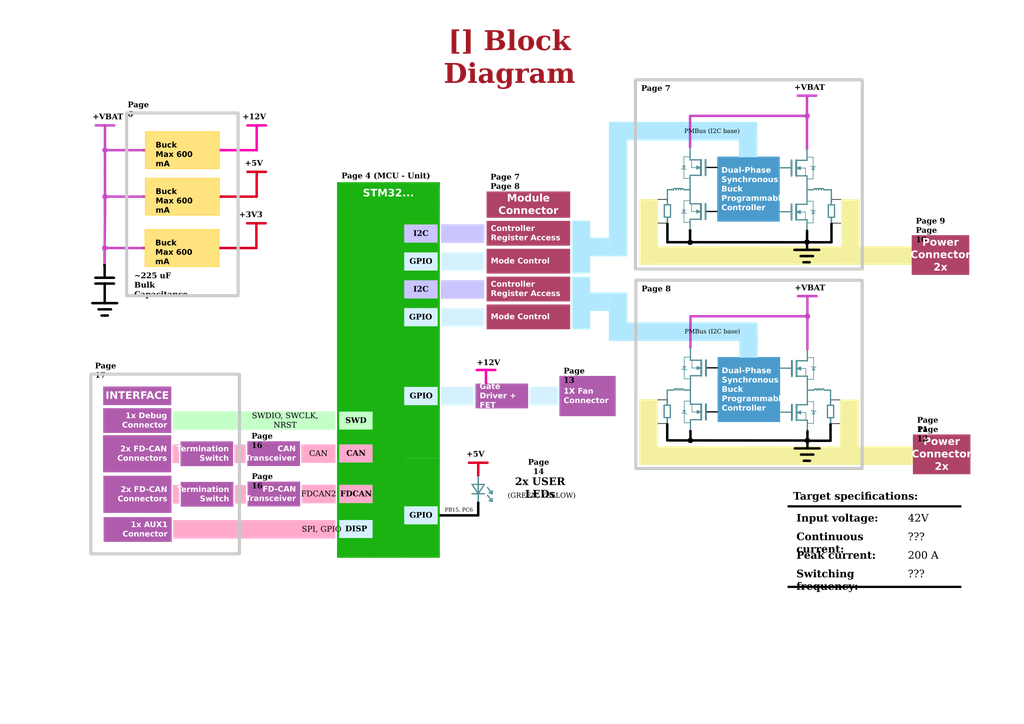
<source format=kicad_sch>
(kicad_sch (version 20230121) (generator eeschema)
  (paper "A3")
  (title_block (title "Block Diagram") (date "Last Modified Date") (rev "${REVISION}") (company "${COMPANY}"))
  (polyline (pts (xy 340.6394 163.6776) (xy 340.6394 166.2176)) (stroke (width 0.508) (color 74 138 145 1)))
  (polyline (pts (xy 279.4762 69.1134) (xy 279.8572 69.3674)) (stroke (width 0.254) (color 74 138 145 1)))
  (polyline (pts (xy 330.3524 68.9356) (xy 326.5424 68.9356)) (stroke (width 0.254) (color 74 138 145 1)))
  (polyline (pts (xy 330.5048 169.164) (xy 326.6948 169.164)) (stroke (width 0.254) (color 74 138 145 1)))
  (polyline (pts (xy 279.9842 86.1314) (xy 280.4922 87.4014)) (stroke (width 0.254) (color 74 138 145 1)))
  (polyline (pts (xy 804.9514 83.1596) (xy 804.9514 76.8096)) (stroke (width 0.762) (color 74 138 145 1)))
  (polyline (pts (xy 269.748 163.9824) (xy 273.5326 163.9824)) (stroke (width 0.25) (color 0 0 0 1)))
  (polyline (pts (xy 331.343 160.02) (xy 333.9338 160.02)) (stroke (width 0.508) (color 74 138 145 1)))
  (polyline (pts (xy 783.1074 62.8396) (xy 779.2974 62.8396)) (stroke (width 0.254) (color 74 138 145 1)))
  (polyline (pts (xy 783.7424 55.2196) (xy 783.7424 59.6646)) (stroke (width 0.508) (color 74 138 145 1)))
  (polyline (pts (xy 324.7898 172.339) (xy 324.7898 165.989)) (stroke (width 0.762) (color 74 138 145 1)))
  (polyline (pts (xy 332.8924 86.3346) (xy 334.1624 86.3346)) (stroke (width 0.254) (color 74 138 145 1)))
  (polyline (pts (xy 342.265 84.0232) (xy 339.725 84.0232)) (stroke (width 0.508) (color 74 138 145 1)))
  (polyline (pts (xy 838.8604 87.6046) (xy 838.8604 90.1446)) (stroke (width 0.508) (color 74 138 145 1)))
  (polyline (pts (xy 331.1398 154.305) (xy 326.6948 154.305)) (stroke (width 0.508) (color 74 138 145 1)))
  (polyline (pts (xy 782.4724 90.1446) (xy 782.4724 95.2246)) (stroke (width 0.508) (color 74 138 145 1)))
  (polyline (pts (xy 807.2374 62.8396) (xy 808.5074 63.3476)) (stroke (width 0.508) (color 74 138 145 1)))
  (polyline (pts (xy 811.3014 75.5396) (xy 813.8414 75.5396)) (stroke (width 0.254) (color 74 138 145 1)))
  (polyline (pts (xy 328.1934 68.4276) (xy 326.9234 68.9356)) (stroke (width 0.508) (color 74 138 145 1)))
  (polyline (pts (xy 814.3494 80.6196) (xy 813.8414 79.3496)) (stroke (width 0.254) (color 74 138 145 1)))
  (polyline (pts (xy 273.7358 81.4578) (xy 273.7358 83.9978)) (stroke (width 0.508) (color 74 138 145 1)))
  (polyline (pts (xy 283.0322 71.9074) (xy 287.4772 71.9074)) (stroke (width 0.508) (color 74 138 145 1)))
  (polyline (pts (xy 837.5904 90.1446) (xy 840.1304 90.1446)) (stroke (width 0.508) (color 74 138 145 1)))
  (polyline (pts (xy 330.9874 47.7266) (xy 330.9874 60.8076)) (stroke (width 1.016) (color 198 71 194 1)))
  (polyline (pts (xy 838.8604 31.4706) (xy 838.8604 41.6306)) (stroke (width 1.016) (color 198 71 194 1)))
  (polyline (pts (xy 58.928 101.727) (xy 42.926 101.727)) (stroke (width 1.016) (color 198 71 194 1)))
  (polyline (pts (xy 332.6638 168.275) (xy 333.0448 168.529)) (stroke (width 0.254) (color 74 138 145 1)))
  (polyline (pts (xy 806.8564 66.0146) (xy 806.8564 59.6646)) (stroke (width 0.762) (color 74 138 145 1)))
  (polyline (pts (xy 283.1846 164.5158) (xy 280.6446 164.5158)) (stroke (width 0.254) (color 74 138 145 1)))
  (polyline (pts (xy 283.1846 155.3718) (xy 280.6446 155.3718)) (stroke (width 0.254) (color 74 138 145 1)))
  (polyline (pts (xy 287.4772 65.5574) (xy 287.4772 71.9074)) (stroke (width 0.762) (color 74 138 145 1)))
  (polyline (pts (xy 334.0354 69.5706) (xy 333.5274 68.3006)) (stroke (width 0.254) (color 74 138 145 1)))
  (polyline (pts (xy 331.2414 180.7718) (xy 340.614 180.7718)) (stroke (width 1.016) (color 0 0 0 1)))
  (polyline (pts (xy 269.9004 91.5162) (xy 273.685 91.5162)) (stroke (width 0.25) (color 0 0 0 1)))
  (polyline (pts (xy 338.3534 77.8256) (xy 339.1154 77.8256)) (stroke (width 0.508) (color 74 138 145 1)))
  (polyline (pts (xy 283.0322 65.5574) (xy 283.0322 61.1124)) (stroke (width 0.508) (color 74 138 145 1)))
  (polyline (pts (xy 90.551 61.595) (xy 105.283 61.595)) (stroke (width 1.016) (color 255 0 171 1)))
  (polyline (pts (xy 783.7424 98.0186) (xy 783.7424 119.7356)) (stroke (width 1.016) (color 0 0 0 1)))
  (polyline (pts (xy 280.1366 150.2918) (xy 281.1526 150.2918)) (stroke (width 0.254) (color 74 138 145 1)))
  (polyline (pts (xy 325.9836 183.896) (xy 331.0636 183.896)) (stroke (width 1.016) (color 0 0 0 1)))
  (polyline (pts (xy 180.8988 211.3788) (xy 196.1388 211.3788)) (stroke (width 1.016) (color 0 0 0 1)))
  (polyline (pts (xy 326.5424 72.1106) (xy 326.5424 65.7606)) (stroke (width 0.762) (color 74 138 145 1)))
  (polyline (pts (xy 326.6948 154.305) (xy 326.6948 147.955)) (stroke (width 0.762) (color 74 138 145 1)))
  (polyline (pts (xy 332.6638 150.241) (xy 333.0448 150.495)) (stroke (width 0.254) (color 74 138 145 1)))
  (polyline (pts (xy 786.2824 79.3496) (xy 785.7744 80.6196)) (stroke (width 0.254) (color 74 138 145 1)))
  (polyline (pts (xy 783.7424 70.4596) (xy 783.7424 72.3646)) (stroke (width 0.508) (color 74 138 145 1)))
  (polyline (pts (xy 43.053 70.485) (xy 43.053 80.645)) (stroke (width 1.016) (color 198 71 194 1)))
  (polyline (pts (xy 331.1398 121.4374) (xy 334.9498 121.4374)) (stroke (width 1.016) (color 198 71 194 1)))
  (polyline (pts (xy 280.1366 150.2918) (xy 280.6446 151.5618)) (stroke (width 0.254) (color 74 138 145 1)))
  (polyline (pts (xy 339.725 84.0232) (xy 339.725 89.1032)) (stroke (width 0.508) (color 74 138 145 1)))
  (polyline (pts (xy 281.6606 151.8158) (xy 281.2796 151.5618)) (stroke (width 0.254) (color 74 138 145 1)))
  (polyline (pts (xy 344.8304 91.5416) (xy 341.0458 91.5416)) (stroke (width 0.25) (color 0 0 0 1)))
  (polyline (pts (xy 328.1934 86.4616) (xy 328.1934 87.4776)) (stroke (width 0.508) (color 74 138 145 1)))
  (polyline (pts (xy 43.053 51.435) (xy 43.053 61.595)) (stroke (width 1.016) (color 198 71 194 1)))
  (polyline (pts (xy 838.2254 79.9846) (xy 838.2254 83.1596)) (stroke (width 0.254) (color 74 138 145 1)))
  (polyline (pts (xy 331.1398 172.339) (xy 326.6948 172.339)) (stroke (width 0.508) (color 74 138 145 1)))
  (polyline (pts (xy 330.9874 72.1106) (xy 330.9874 79.3496)) (stroke (width 0.508) (color 74 138 145 1)))
  (polyline (pts (xy 331.1398 146.685) (xy 333.6798 146.685)) (stroke (width 0.254) (color 74 138 145 1)))
  (polyline (pts (xy 331.1652 176.8348) (xy 331.1652 180.6702)) (stroke (width 1.016) (color 0 0 0 1)))
  (polyline (pts (xy 333.6798 164.719) (xy 333.6798 173.609)) (stroke (width 0.254) (color 74 138 145 1)))
  (polyline (pts (xy 811.3014 55.2196) (xy 811.3014 59.6646)) (stroke (width 0.508) (color 74 138 145 1)))
  (polyline (pts (xy 108.966 91.567) (xy 105.156 91.567)) (stroke (width 1.016) (color 212 0 32 1)))
  (polyline (pts (xy 283.0322 73.1774) (xy 280.4922 73.1774)) (stroke (width 0.254) (color 74 138 145 1)))
  (polyline (pts (xy 783.7424 137.5156) (xy 783.7424 118.7196)) (stroke (width 1.016) (color 0 0 0 1)))
  (polyline (pts (xy 280.1366 168.3258) (xy 281.1526 168.3258)) (stroke (width 0.254) (color 74 138 145 1)))
  (polyline (pts (xy 320.0654 86.8426) (xy 324.5104 86.8426)) (stroke (width 0.508) (color 74 138 145 1)))
  (polyline (pts (xy 783.1074 62.8396) (xy 783.1074 66.0146)) (stroke (width 0.254) (color 74 138 145 1)))
  (polyline (pts (xy 811.3014 87.6046) (xy 811.3014 90.1446)) (stroke (width 0.508) (color 74 138 145 1)))
  (polyline (pts (xy 283.0322 76.3524) (xy 283.0322 71.9074)) (stroke (width 0.508) (color 74 138 145 1)))
  (polyline (pts (xy 109.093 70.485) (xy 105.283 70.485)) (stroke (width 1.016) (color 212 0 32 1)))
  (polyline (pts (xy 808.5074 62.3316) (xy 808.5074 63.3476)) (stroke (width 0.508) (color 74 138 145 1)))
  (polyline (pts (xy 340.6394 160.02) (xy 338.7598 160.02)) (stroke (width 0.508) (color 74 138 145 1)))
  (polyline (pts (xy 330.5048 99.3648) (xy 341.0204 99.3648)) (stroke (width 1.016) (color 0 0 0 1)))
  (polyline (pts (xy 807.2374 79.9846) (xy 808.5074 80.4926)) (stroke (width 0.508) (color 74 138 145 1)))
  (polyline (pts (xy 283.2354 129.7178) (xy 331.216 129.7178)) (stroke (width 1.016) (color 198 71 194 1)))
  (polyline (pts (xy 328.3458 168.656) (xy 327.0758 169.164)) (stroke (width 0.508) (color 74 138 145 1)))
  (polyline (pts (xy 279.6286 151.3078) (xy 280.0096 151.5618)) (stroke (width 0.254) (color 74 138 145 1)))
  (polyline (pts (xy 330.5048 151.13) (xy 330.5048 154.305)) (stroke (width 0.254) (color 74 138 145 1)))
  (polyline (pts (xy 812.8254 61.9506) (xy 813.2064 62.2046)) (stroke (width 0.254) (color 74 138 145 1)))
  (polyline (pts (xy 810.0314 90.1446) (xy 812.5714 90.1446)) (stroke (width 0.508) (color 74 138 145 1)))
  (polyline (pts (xy 813.2064 79.3496) (xy 814.4764 79.3496)) (stroke (width 0.254) (color 74 138 145 1)))
  (polyline (pts (xy 330.9874 39.243) (xy 330.9874 49.403)) (stroke (width 1.016) (color 198 71 194 1)))
  (polyline (pts (xy 196.1388 202.4888) (xy 198.6788 198.6788)) (stroke (width 0.508) (color 74 138 145 1)))
  (polyline (pts (xy 331.0128 99.3902) (xy 331.0128 102.3366)) (stroke (width 1.016) (color 0 0 0 1)))
  (polyline (pts (xy 42.926 116.3066) (xy 39.116 116.3066)) (stroke (width 1.016) (color 0 0 0 1)))
  (polyline (pts (xy 810.6664 79.9846) (xy 806.8564 79.9846)) (stroke (width 0.254) (color 74 138 145 1)))
  (polyline (pts (xy 280.6446 151.5618) (xy 281.1526 150.2918)) (stroke (width 0.254) (color 74 138 145 1)))
  (polyline (pts (xy 786.7904 80.6196) (xy 785.7744 80.6196)) (stroke (width 0.254) (color 74 138 145 1)))
  (polyline (pts (xy 281.1272 69.3674) (xy 279.8572 69.3674)) (stroke (width 0.254) (color 74 138 145 1)))
  (polyline (pts (xy 330.9874 65.7606) (xy 326.5424 65.7606)) (stroke (width 0.508) (color 74 138 145 1)))
  (polyline (pts (xy 44.2214 129.413) (xy 42.9514 129.413)) (stroke (width 1.016) (color 0 0 0 1)))
  (polyline (pts (xy 811.3014 98.0186) (xy 811.3014 119.6086)) (stroke (width 1.016) (color 0 0 0 1)))
  (polyline (pts (xy 814.3494 80.6196) (xy 813.3334 80.6196)) (stroke (width 0.254) (color 74 138 145 1)))
  (polyline (pts (xy 333.6798 168.529) (xy 333.1718 169.799)) (stroke (width 0.254) (color 74 138 145 1)))
  (polyline (pts (xy 283.1846 165.7858) (xy 287.6296 165.7858)) (stroke (width 0.508) (color 74 138 145 1)))
  (polyline (pts (xy 326.9234 86.9696) (xy 328.1934 87.4776)) (stroke (width 0.508) (color 74 138 145 1)))
  (polyline (pts (xy 841.9084 80.6196) (xy 841.4004 79.3496)) (stroke (width 0.254) (color 74 138 145 1)))
  (polyline (pts (xy 281.1272 87.4014) (xy 279.8572 87.4014)) (stroke (width 0.254) (color 74 138 145 1)))
  (polyline (pts (xy 811.3014 66.0146) (xy 811.3014 70.4596)) (stroke (width 0.508) (color 74 138 145 1)))
  (polyline (pts (xy 838.8604 72.3646) (xy 838.8604 76.8096)) (stroke (width 0.508) (color 74 138 145 1)))
  (polyline (pts (xy 341.9094 166.2176) (xy 339.3694 166.2176)) (stroke (width 0.508) (color 74 138 145 1)))
  (polyline (pts (xy 333.6798 150.495) (xy 333.1718 151.765)) (stroke (width 0.254) (color 74 138 145 1)))
  (polyline (pts (xy 780.9484 62.3316) (xy 779.6784 62.8396)) (stroke (width 0.508) (color 74 138 145 1)))
  (polyline (pts (xy 331.1398 164.719) (xy 333.6798 164.719)) (stroke (width 0.254) (color 74 138 145 1)))
  (polyline (pts (xy 330.9874 64.4906) (xy 333.5274 64.4906)) (stroke (width 0.254) (color 74 138 145 1)))
  (polyline (pts (xy 283.1846 165.7858) (xy 283.1846 158.623)) (stroke (width 0.508) (color 74 138 145 1)))
  (polyline (pts (xy 331.1398 147.955) (xy 326.6948 147.955)) (stroke (width 0.508) (color 74 138 145 1)))
  (polyline (pts (xy 331.1398 165.989) (xy 326.6948 165.989)) (stroke (width 0.508) (color 74 138 145 1)))
  (polyline (pts (xy 783.7424 66.0146) (xy 779.2974 66.0146)) (stroke (width 0.508) (color 74 138 145 1)))
  (polyline (pts (xy 279.9842 86.1314) (xy 281.0002 86.1314)) (stroke (width 0.254) (color 74 138 145 1)))
  (polyline (pts (xy 331.1652 180.7972) (xy 331.1652 183.7436)) (stroke (width 1.016) (color 0 0 0 1)))
  (polyline (pts (xy 834.4154 83.1596) (xy 834.4154 76.8096)) (stroke (width 0.762) (color 74 138 145 1)))
  (polyline (pts (xy 272.4658 83.9978) (xy 275.0058 83.9978)) (stroke (width 0.508) (color 74 138 145 1)))
  (polyline (pts (xy 842.4164 79.6036) (xy 842.0354 79.3496)) (stroke (width 0.254) (color 74 138 145 1)))
  (polyline (pts (xy 810.0314 90.1446) (xy 810.0314 95.2246)) (stroke (width 0.508) (color 74 138 145 1)))
  (polyline (pts (xy 783.7424 66.0146) (xy 783.7424 70.4596)) (stroke (width 0.508) (color 74 138 145 1)))
  (polyline (pts (xy 814.8574 62.4586) (xy 814.4764 62.2046)) (stroke (width 0.254) (color 74 138 145 1)))
  (polyline (pts (xy 333.5274 82.5246) (xy 333.5274 91.4146)) (stroke (width 0.254) (color 74 138 145 1)))
  (polyline (pts (xy 283.1846 173.4058) (xy 280.6446 173.4058)) (stroke (width 0.254) (color 74 138 145 1)))
  (polyline (pts (xy 273.6596 174.1678) (xy 273.6596 180.5432)) (stroke (width 1.016) (color 0 0 0 1)))
  (polyline (pts (xy 42.926 108.839) (xy 42.926 113.919)) (stroke (width 1.016) (color 0 0 0 1)))
  (polyline (pts (xy 786.7904 63.4746) (xy 785.7744 63.4746)) (stroke (width 0.254) (color 74 138 145 1)))
  (polyline (pts (xy 779.2974 66.0146) (xy 779.2974 59.6646)) (stroke (width 0.762) (color 74 138 145 1)))
  (polyline (pts (xy 331.1906 77.8256) (xy 333.7814 77.8256)) (stroke (width 0.508) (color 74 138 145 1)))
  (polyline (pts (xy 283.8196 150.9268) (xy 283.8196 147.7518)) (stroke (width 0.254) (color 74 138 145 1)))
  (polyline (pts (xy 342.265 84.0232) (xy 342.265 89.1032)) (stroke (width 0.508) (color 74 138 145 1)))
  (polyline (pts (xy 783.7424 138.1506) (xy 788.8224 138.1506)) (stroke (width 1.016) (color 0 0 0 1)))
  (polyline (pts (xy 105.283 70.485) (xy 101.473 70.485)) (stroke (width 1.016) (color 212 0 32 1)))
  (polyline (pts (xy 275.59 159.9946) (xy 276.352 159.9946)) (stroke (width 0.508) (color 74 138 145 1)))
  (polyline (pts (xy 813.8414 79.3496) (xy 813.3334 80.6196)) (stroke (width 0.254) (color 74 138 145 1)))
  (polyline (pts (xy 783.7424 59.6646) (xy 779.2974 59.6646)) (stroke (width 0.508) (color 74 138 145 1)))
  (polyline (pts (xy 331.1398 154.305) (xy 331.1398 161.544)) (stroke (width 0.508) (color 74 138 145 1)))
  (polyline (pts (xy 838.8604 31.4706) (xy 842.6704 31.4706)) (stroke (width 1.016) (color 198 71 194 1)))
  (polyline (pts (xy 330.3524 86.9696) (xy 330.3524 90.1446)) (stroke (width 0.254) (color 74 138 145 1)))
  (polyline (pts (xy 334.0354 87.6046) (xy 333.5274 86.3346)) (stroke (width 0.254) (color 74 138 145 1)))
  (polyline (pts (xy 283.6672 68.7324) (xy 283.6672 65.5574)) (stroke (width 0.254) (color 74 138 145 1)))
  (polyline (pts (xy 838.2254 79.9846) (xy 834.4154 79.9846)) (stroke (width 0.254) (color 74 138 145 1)))
  (polyline (pts (xy 269.8242 173.7106) (xy 273.6088 173.7106)) (stroke (width 0.25) (color 0 0 0 1)))
  (polyline (pts (xy 330.9874 82.5246) (xy 333.5274 82.5246)) (stroke (width 0.254) (color 74 138 145 1)))
  (polyline (pts (xy 810.6664 62.8396) (xy 810.6664 66.0146)) (stroke (width 0.254) (color 74 138 145 1)))
  (polyline (pts (xy 287.6296 165.7858) (xy 287.6296 172.1358)) (stroke (width 0.762) (color 74 138 145 1)))
  (polyline (pts (xy 786.2824 75.5396) (xy 786.2824 84.4296)) (stroke (width 0.254) (color 74 138 145 1)))
  (polyline (pts (xy 779.6784 62.8396) (xy 780.9484 63.3476)) (stroke (width 0.508) (color 74 138 145 1)))
  (polyline (pts (xy 777.3924 66.0146) (xy 777.3924 59.6646)) (stroke (width 0.762) (color 74 138 145 1)))
  (polyline (pts (xy 813.2064 62.2046) (xy 814.4764 62.2046)) (stroke (width 0.254) (color 74 138 145 1)))
  (polyline (pts (xy 808.5074 79.4766) (xy 807.2374 79.9846)) (stroke (width 0.508) (color 74 138 145 1)))
  (polyline (pts (xy 331.0636 183.896) (xy 336.1436 183.896)) (stroke (width 1.016) (color 0 0 0 1)))
  (polyline (pts (xy 283.1846 146.4818) (xy 280.6446 146.4818)) (stroke (width 0.254) (color 74 138 145 1)))
  (polyline (pts (xy 778.6624 138.1506) (xy 783.7424 138.1506)) (stroke (width 1.016) (color 0 0 0 1)))
  (polyline (pts (xy 46.736 116.3066) (xy 42.926 116.3066)) (stroke (width 1.016) (color 0 0 0 1)))
  (polyline (pts (xy 783.7424 87.6046) (xy 783.7424 90.1446)) (stroke (width 0.508) (color 74 138 145 1)))
  (polyline (pts (xy 287.2486 168.9608) (xy 285.9786 168.4528)) (stroke (width 0.508) (color 74 138 145 1)))
  (polyline (pts (xy 814.3494 63.4746) (xy 813.8414 62.2046)) (stroke (width 0.254) (color 74 138 145 1)))
  (polyline (pts (xy 196.1388 189.7888) (xy 196.1388 194.8688)) (stroke (width 1.016) (color 212 0 32 1)))
  (polyline (pts (xy 281.2796 169.5958) (xy 280.0096 169.5958)) (stroke (width 0.254) (color 74 138 145 1)))
  (polyline (pts (xy 333.4512 105.029) (xy 330.9112 105.029)) (stroke (width 1.016) (color 0 0 0 1)))
  (polyline (pts (xy 330.9874 79.3496) (xy 330.9874 83.7946)) (stroke (width 0.508) (color 74 138 145 1)))
  (polyline (pts (xy 331.1398 172.339) (xy 331.1398 176.784)) (stroke (width 0.508) (color 74 138 145 1)))
  (polyline (pts (xy 333.5274 64.4906) (xy 333.5274 73.3806)) (stroke (width 0.254) (color 74 138 145 1)))
  (polyline (pts (xy 810.6664 79.9846) (xy 810.6664 83.1596)) (stroke (width 0.254) (color 74 138 145 1)))
  (polyline (pts (xy 838.8604 83.1596) (xy 838.8604 87.6046)) (stroke (width 0.508) (color 74 138 145 1)))
  (polyline (pts (xy 782.4724 90.1446) (xy 785.0124 90.1446)) (stroke (width 0.508) (color 74 138 145 1)))
  (polyline (pts (xy 289.5346 165.7858) (xy 289.5346 172.1358)) (stroke (width 0.762) (color 74 138 145 1)))
  (polyline (pts (xy 334.6958 150.749) (xy 334.3148 150.495)) (stroke (width 0.254) (color 74 138 145 1)))
  (polyline (pts (xy 786.2824 140.6906) (xy 783.7424 140.6906)) (stroke (width 1.016) (color 0 0 0 1)))
  (polyline (pts (xy 42.9514 126.873) (xy 40.4114 126.873)) (stroke (width 1.016) (color 0 0 0 1)))
  (polyline (pts (xy 785.6474 79.3496) (xy 786.9174 79.3496)) (stroke (width 0.254) (color 74 138 145 1)))
  (polyline (pts (xy 340.995 77.8256) (xy 339.1154 77.8256)) (stroke (width 0.508) (color 74 138 145 1)))
  (polyline (pts (xy 283.0322 89.9414) (xy 287.4772 89.9414)) (stroke (width 0.508) (color 74 138 145 1)))
  (polyline (pts (xy 813.8414 58.3946) (xy 813.8414 67.2846)) (stroke (width 0.254) (color 74 138 145 1)))
  (polyline (pts (xy 340.6394 165.2524) (xy 340.6394 160.02)) (stroke (width 0.508) (color 74 138 145 1)))
  (polyline (pts (xy 280.4922 87.4014) (xy 281.0002 86.1314)) (stroke (width 0.254) (color 74 138 145 1)))
  (polyline (pts (xy 320.0654 68.8086) (xy 324.5104 68.8086)) (stroke (width 0.508) (color 74 138 145 1)))
  (polyline (pts (xy 287.0962 86.7664) (xy 285.8262 86.2584)) (stroke (width 0.508) (color 74 138 145 1)))
  (polyline (pts (xy 43.053 61.595) (xy 43.053 70.485)) (stroke (width 1.016) (color 198 71 194 1)))
  (polyline (pts (xy 838.8604 83.1596) (xy 834.4154 83.1596)) (stroke (width 0.508) (color 74 138 145 1)))
  (polyline (pts (xy 269.8242 81.788) (xy 273.6088 81.788)) (stroke (width 0.25) (color 0 0 0 1)))
  (polyline (pts (xy 105.156 91.567) (xy 101.346 91.567)) (stroke (width 1.016) (color 212 0 32 1)))
  (polyline (pts (xy 283.0322 65.5574) (xy 287.4772 65.5574)) (stroke (width 0.508) (color 74 138 145 1)))
  (polyline (pts (xy 780.9484 79.4766) (xy 779.6784 79.9846)) (stroke (width 0.508) (color 74 138 145 1)))
  (polyline (pts (xy 841.4004 75.5396) (xy 841.4004 84.4296)) (stroke (width 0.254) (color 74 138 145 1)))
  (polyline (pts (xy 327.1774 39.243) (xy 330.9874 39.243)) (stroke (width 1.016) (color 198 71 194 1)))
  (polyline (pts (xy 283.8196 150.9268) (xy 287.6296 150.9268)) (stroke (width 0.254) (color 74 138 145 1)))
  (polyline (pts (xy 326.6948 172.339) (xy 326.6948 165.989)) (stroke (width 0.762) (color 74 138 145 1)))
  (polyline (pts (xy 837.5904 90.1446) (xy 837.5904 95.2246)) (stroke (width 0.508) (color 74 138 145 1)))
  (polyline (pts (xy 331.1398 121.4374) (xy 331.1398 131.5974)) (stroke (width 1.016) (color 198 71 194 1)))
  (polyline (pts (xy 332.2066 188.976) (xy 330.9366 188.976)) (stroke (width 1.016) (color 0 0 0 1)))
  (polyline (pts (xy 326.5424 90.1446) (xy 326.5424 83.7946)) (stroke (width 0.762) (color 74 138 145 1)))
  (polyline (pts (xy 273.6596 165.227) (xy 273.6596 159.9946)) (stroke (width 0.508) (color 74 138 145 1)))
  (polyline (pts (xy 838.8604 41.7576) (xy 838.8604 54.4576)) (stroke (width 1.016) (color 198 71 194 1)))
  (polyline (pts (xy 811.3014 76.8096) (xy 806.8564 76.8096)) (stroke (width 0.508) (color 74 138 145 1)))
  (polyline (pts (xy 279.9842 68.0974) (xy 281.0002 68.0974)) (stroke (width 0.254) (color 74 138 145 1)))
  (polyline (pts (xy 783.7424 41.3766) (xy 811.3014 41.3766)) (stroke (width 1.016) (color 198 71 194 1)))
  (polyline (pts (xy 330.5048 151.13) (xy 326.6948 151.13)) (stroke (width 0.254) (color 74 138 145 1)))
  (polyline (pts (xy 46.736 113.919) (xy 42.926 113.919)) (stroke (width 1.016) (color 0 0 0 1)))
  (polyline (pts (xy 199.3392 151.7396) (xy 203.1492 151.7396)) (stroke (width 1.016) (color 255 0 171 1)))
  (polyline (pts (xy 813.8414 75.5396) (xy 813.8414 84.4296)) (stroke (width 0.254) (color 74 138 145 1)))
  (polyline (pts (xy 109.093 51.435) (xy 105.283 51.435)) (stroke (width 1.016) (color 255 0 171 1)))
  (polyline (pts (xy 780.9484 79.4766) (xy 780.9484 80.4926)) (stroke (width 0.508) (color 74 138 145 1)))
  (polyline (pts (xy 328.3458 150.622) (xy 328.3458 151.638)) (stroke (width 0.508) (color 74 138 145 1)))
  (polyline (pts (xy 812.8254 79.0956) (xy 813.2064 79.3496)) (stroke (width 0.254) (color 74 138 145 1)))
  (polyline (pts (xy 344.9066 81.8134) (xy 341.122 81.8134)) (stroke (width 0.25) (color 0 0 0 1)))
  (polyline (pts (xy 840.1304 90.1446) (xy 840.1304 95.2246)) (stroke (width 0.508) (color 74 138 145 1)))
  (polyline (pts (xy 811.3014 41.3766) (xy 838.8604 41.3766)) (stroke (width 1.016) (color 198 71 194 1)))
  (polyline (pts (xy 786.2824 62.2046) (xy 785.7744 63.4746)) (stroke (width 0.254) (color 74 138 145 1)))
  (polyline (pts (xy 783.7424 140.6906) (xy 781.2024 140.6906)) (stroke (width 1.016) (color 0 0 0 1)))
  (polyline (pts (xy 281.5082 69.6214) (xy 281.1272 69.3674)) (stroke (width 0.254) (color 74 138 145 1)))
  (polyline (pts (xy 331.0128 94.6404) (xy 331.0128 99.3648)) (stroke (width 1.016) (color 0 0 0 1)))
  (polyline (pts (xy 340.995 81.4832) (xy 340.995 84.0232)) (stroke (width 0.508) (color 74 138 145 1)))
  (polyline (pts (xy 289.3822 83.5914) (xy 289.3822 89.9414)) (stroke (width 0.762) (color 74 138 145 1)))
  (polyline (pts (xy 279.9842 68.0974) (xy 280.4922 69.3674)) (stroke (width 0.254) (color 74 138 145 1)))
  (polyline (pts (xy 272.4658 89.0778) (xy 275.0058 89.0778)) (stroke (width 0.508) (color 74 138 145 1)))
  (polyline (pts (xy 330.9874 91.4146) (xy 333.5274 91.4146)) (stroke (width 0.254) (color 74 138 145 1)))
  (polyline (pts (xy 785.0124 90.1446) (xy 785.0124 95.2246)) (stroke (width 0.508) (color 74 138 145 1)))
  (polyline (pts (xy 811.3014 59.6646) (xy 806.8564 59.6646)) (stroke (width 0.508) (color 74 138 145 1)))
  (polyline (pts (xy 330.7842 107.569) (xy 329.5142 107.569)) (stroke (width 1.016) (color 0 0 0 1)))
  (polyline (pts (xy 330.3524 68.9356) (xy 330.3524 72.1106)) (stroke (width 0.254) (color 74 138 145 1)))
  (polyline (pts (xy 783.7424 75.5396) (xy 786.2824 75.5396)) (stroke (width 0.254) (color 74 138 145 1)))
  (polyline (pts (xy 280.2636 77.8002) (xy 282.8036 77.8002)) (stroke (width 0.508) (color 74 138 145 1)))
  (polyline (pts (xy 283.0576 99.3394) (xy 331.0128 99.3648)) (stroke (width 1.016) (color 0 0 0 1)))
  (polyline (pts (xy 810.0314 95.2246) (xy 812.5714 95.2246)) (stroke (width 0.508) (color 74 138 145 1)))
  (polyline (pts (xy 272.4658 83.9978) (xy 272.4658 89.0778)) (stroke (width 0.508) (color 74 138 145 1)))
  (polyline (pts (xy 199.9488 199.9488) (xy 201.8538 202.4888)) (stroke (width 0.508) (color 74 138 145 1)))
  (polyline (pts (xy 325.8312 102.489) (xy 330.9112 102.489)) (stroke (width 1.016) (color 0 0 0 1)))
  (polyline (pts (xy 786.7904 80.6196) (xy 786.2824 79.3496)) (stroke (width 0.254) (color 74 138 145 1)))
  (polyline (pts (xy 328.3458 150.622) (xy 327.0758 151.13)) (stroke (width 0.508) (color 74 138 145 1)))
  (polyline (pts (xy 289.5346 147.7518) (xy 289.5346 154.1018)) (stroke (width 0.762) (color 74 138 145 1)))
  (polyline (pts (xy 333.6798 146.685) (xy 333.6798 155.575)) (stroke (width 0.254) (color 74 138 145 1)))
  (polyline (pts (xy 330.9874 39.243) (xy 334.7974 39.243)) (stroke (width 1.016) (color 198 71 194 1)))
  (polyline (pts (xy 783.7424 67.2846) (xy 786.2824 67.2846)) (stroke (width 0.254) (color 74 138 145 1)))
  (polyline (pts (xy 280.4922 91.2114) (xy 280.4922 82.3214)) (stroke (width 0.254) (color 74 138 145 1)))
  (polyline (pts (xy 283.1846 129.794) (xy 283.1846 142.3416)) (stroke (width 1.016) (color 198 71 194 1)))
  (polyline (pts (xy 199.3392 151.7396) (xy 199.3392 156.8196)) (stroke (width 1.016) (color 255 0 171 1)))
  (polyline (pts (xy 782.4724 95.2246) (xy 785.0124 95.2246)) (stroke (width 0.508) (color 74 138 145 1)))
  (polyline (pts (xy 283.0576 94.1324) (xy 283.0322 89.9414)) (stroke (width 0.508) (color 74 138 145 1)))
  (polyline (pts (xy 324.6374 72.1106) (xy 324.6374 65.7606)) (stroke (width 0.762) (color 74 138 145 1)))
  (polyline (pts (xy 105.283 70.485) (xy 105.283 80.645)) (stroke (width 1.016) (color 212 0 32 1)))
  (polyline (pts (xy 196.1388 211.3788) (xy 196.1388 206.2988)) (stroke (width 1.016) (color 0 0 0 1)))
  (polyline (pts (xy 814.8574 79.6036) (xy 814.4764 79.3496)) (stroke (width 0.254) (color 74 138 145 1)))
  (polyline (pts (xy 283.8196 168.9608) (xy 283.8196 165.7858)) (stroke (width 0.254) (color 74 138 145 1)))
  (polyline (pts (xy 332.0542 107.569) (xy 330.7842 107.569)) (stroke (width 1.016) (color 0 0 0 1)))
  (polyline (pts (xy 201.8538 205.6638) (xy 201.8538 204.3938)) (stroke (width 0.508) (color 74 138 145 1)))
  (polyline (pts (xy 287.0962 68.7324) (xy 285.8262 68.2244)) (stroke (width 0.508) (color 74 138 145 1)))
  (polyline (pts (xy 280.6446 173.4058) (xy 280.6446 164.5158)) (stroke (width 0.254) (color 74 138 145 1)))
  (polyline (pts (xy 326.9234 68.9356) (xy 328.1934 69.4436)) (stroke (width 0.508) (color 74 138 145 1)))
  (polyline (pts (xy 783.6154 143.2306) (xy 782.3454 143.2306)) (stroke (width 1.016) (color 0 0 0 1)))
  (polyline (pts (xy 272.3896 166.1922) (xy 274.9296 166.1922)) (stroke (width 0.508) (color 74 138 145 1)))
  (polyline (pts (xy 333.5274 68.3006) (xy 333.0194 69.5706)) (stroke (width 0.254) (color 74 138 145 1)))
  (polyline (pts (xy 328.1934 68.4276) (xy 328.1934 69.4436)) (stroke (width 0.508) (color 74 138 145 1)))
  (polyline (pts (xy 201.8538 202.4888) (xy 200.5838 202.1078)) (stroke (width 0.508) (color 74 138 145 1)))
  (polyline (pts (xy 785.2664 61.9506) (xy 785.6474 62.2046)) (stroke (width 0.254) (color 74 138 145 1)))
  (polyline (pts (xy 283.6672 86.7664) (xy 283.6672 83.5914)) (stroke (width 0.254) (color 74 138 145 1)))
  (polyline (pts (xy 783.7424 119.7356) (xy 838.8604 119.7356)) (stroke (width 1.016) (color 0 0 0 1)))
  (polyline (pts (xy 814.3494 63.4746) (xy 813.3334 63.4746)) (stroke (width 0.254) (color 74 138 145 1)))
  (polyline (pts (xy 281.2796 151.5618) (xy 280.0096 151.5618)) (stroke (width 0.254) (color 74 138 145 1)))
  (polyline (pts (xy 283.1846 176.9364) (xy 283.1846 180.5686)) (stroke (width 1.016) (color 0 0 0 1)))
  (polyline (pts (xy 334.6958 168.783) (xy 334.3148 168.529)) (stroke (width 0.254) (color 74 138 145 1)))
  (polyline (pts (xy 43.053 51.435) (xy 46.863 51.435)) (stroke (width 1.016) (color 198 71 194 1)))
  (polyline (pts (xy 330.9874 72.1106) (xy 326.5424 72.1106)) (stroke (width 0.508) (color 74 138 145 1)))
  (polyline (pts (xy 105.283 51.435) (xy 105.283 61.595)) (stroke (width 1.016) (color 255 0 171 1)))
  (polyline (pts (xy 777.3924 83.1596) (xy 777.3924 76.8096)) (stroke (width 0.762) (color 74 138 145 1)))
  (polyline (pts (xy 272.3896 166.1922) (xy 272.3896 171.2722)) (stroke (width 0.508) (color 74 138 145 1)))
  (polyline (pts (xy 784.8854 143.2306) (xy 783.6154 143.2306)) (stroke (width 1.016) (color 0 0 0 1)))
  (polyline (pts (xy 105.156 91.567) (xy 105.156 101.727)) (stroke (width 1.016) (color 212 0 32 1)))
  (polyline (pts (xy 287.6296 147.7518) (xy 287.6296 154.1018)) (stroke (width 0.762) (color 74 138 145 1)))
  (polyline (pts (xy 285.9786 169.4688) (xy 285.9786 168.4528)) (stroke (width 0.508) (color 74 138 145 1)))
  (polyline (pts (xy 199.9488 189.7888) (xy 196.1388 189.7888)) (stroke (width 1.016) (color 212 0 32 1)))
  (polyline (pts (xy 273.685 180.6194) (xy 331.1652 180.6702)) (stroke (width 1.016) (color 0 0 0 1)))
  (polyline (pts (xy 195.5292 151.7396) (xy 199.3392 151.7396)) (stroke (width 1.016) (color 255 0 171 1)))
  (polyline (pts (xy 285.9786 151.4348) (xy 285.9786 150.4188)) (stroke (width 0.508) (color 74 138 145 1)))
  (polyline (pts (xy 280.6446 155.3718) (xy 280.6446 146.4818)) (stroke (width 0.254) (color 74 138 145 1)))
  (polyline (pts (xy 331.1398 129.921) (xy 331.1398 143.002)) (stroke (width 1.016) (color 198 71 194 1)))
  (polyline (pts (xy 341.9094 166.2176) (xy 341.9094 171.2976)) (stroke (width 0.508) (color 74 138 145 1)))
  (polyline (pts (xy 804.9514 66.0146) (xy 804.9514 59.6646)) (stroke (width 0.762) (color 74 138 145 1)))
  (polyline (pts (xy 285.9786 151.4348) (xy 287.2486 150.9268)) (stroke (width 0.508) (color 74 138 145 1)))
  (polyline (pts (xy 832.5104 83.1596) (xy 832.5104 76.8096)) (stroke (width 0.762) (color 74 138 145 1)))
  (polyline (pts (xy 199.9488 203.1238) (xy 201.8538 205.6638)) (stroke (width 0.508) (color 74 138 145 1)))
  (polyline (pts (xy 783.7424 58.3946) (xy 786.2824 58.3946)) (stroke (width 0.254) (color 74 138 145 1)))
  (polyline (pts (xy 274.9296 166.1922) (xy 274.9296 171.2722)) (stroke (width 0.508) (color 74 138 145 1)))
  (polyline (pts (xy 836.0664 79.4766) (xy 834.7964 79.9846)) (stroke (width 0.508) (color 74 138 145 1)))
  (polyline (pts (xy 330.9874 83.7946) (xy 326.5424 83.7946)) (stroke (width 0.508) (color 74 138 145 1)))
  (polyline (pts (xy 334.1878 151.765) (xy 333.1718 151.765)) (stroke (width 0.254) (color 74 138 145 1)))
  (polyline (pts (xy 280.4922 73.1774) (xy 280.4922 64.2874)) (stroke (width 0.254) (color 74 138 145 1)))
  (polyline (pts (xy 783.7424 41.3766) (xy 783.7424 54.4576)) (stroke (width 1.016) (color 198 71 194 1)))
  (polyline (pts (xy 283.6672 68.7324) (xy 287.4772 68.7324)) (stroke (width 0.254) (color 74 138 145 1)))
  (polyline (pts (xy 330.9874 90.1446) (xy 326.5424 90.1446)) (stroke (width 0.508) (color 74 138 145 1)))
  (polyline (pts (xy 787.2984 62.4586) (xy 786.9174 62.2046)) (stroke (width 0.254) (color 74 138 145 1)))
  (polyline (pts (xy 42.9514 124.333) (xy 48.0314 124.333)) (stroke (width 1.016) (color 0 0 0 1)))
  (polyline (pts (xy 838.8604 75.5396) (xy 841.4004 75.5396)) (stroke (width 0.254) (color 74 138 145 1)))
  (polyline (pts (xy 838.8604 98.0186) (xy 838.8604 119.7356)) (stroke (width 1.016) (color 0 0 0 1)))
  (polyline (pts (xy 838.8604 76.8096) (xy 834.4154 76.8096)) (stroke (width 0.508) (color 74 138 145 1)))
  (polyline (pts (xy 808.5074 79.4766) (xy 808.5074 80.4926)) (stroke (width 0.508) (color 74 138 145 1)))
  (polyline (pts (xy 59.055 61.595) (xy 43.053 61.595)) (stroke (width 1.016) (color 198 71 194 1)))
  (polyline (pts (xy 330.9874 73.3806) (xy 333.5274 73.3806)) (stroke (width 0.254) (color 74 138 145 1)))
  (polyline (pts (xy 327.3298 121.4374) (xy 331.1398 121.4374)) (stroke (width 1.016) (color 198 71 194 1)))
  (polyline (pts (xy 810.6664 62.8396) (xy 806.8564 62.8396)) (stroke (width 0.254) (color 74 138 145 1)))
  (polyline (pts (xy 333.0448 168.529) (xy 334.3148 168.529)) (stroke (width 0.254) (color 74 138 145 1)))
  (polyline (pts (xy 320.2178 151.003) (xy 324.6628 151.003)) (stroke (width 0.508) (color 74 138 145 1)))
  (polyline (pts (xy 289.3822 65.5574) (xy 289.3822 71.9074)) (stroke (width 0.762) (color 74 138 145 1)))
  (polyline (pts (xy 841.9084 80.6196) (xy 840.8924 80.6196)) (stroke (width 0.254) (color 74 138 145 1)))
  (polyline (pts (xy 330.9112 102.489) (xy 335.9912 102.489)) (stroke (width 1.016) (color 0 0 0 1)))
  (polyline (pts (xy 811.3014 83.1596) (xy 811.3014 87.6046)) (stroke (width 0.508) (color 74 138 145 1)))
  (polyline (pts (xy 280.416 159.9946) (xy 282.956 159.9946)) (stroke (width 0.508) (color 74 138 145 1)))
  (polyline (pts (xy 783.7424 72.3646) (xy 783.7424 76.8096)) (stroke (width 0.508) (color 74 138 145 1)))
  (polyline (pts (xy 330.3524 86.9696) (xy 326.5424 86.9696)) (stroke (width 0.254) (color 74 138 145 1)))
  (polyline (pts (xy 334.5434 68.5546) (xy 334.1624 68.3006)) (stroke (width 0.254) (color 74 138 145 1)))
  (polyline (pts (xy 283.083 47.5234) (xy 331.0636 47.5234)) (stroke (width 1.016) (color 198 71 194 1)))
  (polyline (pts (xy 283.0322 83.5914) (xy 283.0322 76.4286)) (stroke (width 0.508) (color 74 138 145 1)))
  (polyline (pts (xy 327.0758 151.13) (xy 328.3458 151.638)) (stroke (width 0.508) (color 74 138 145 1)))
  (polyline (pts (xy 90.551 80.645) (xy 105.283 80.645)) (stroke (width 1.016) (color 212 0 32 1)))
  (polyline (pts (xy 334.1878 169.799) (xy 333.6798 168.529)) (stroke (width 0.254) (color 74 138 145 1)))
  (polyline (pts (xy 783.7424 76.8096) (xy 779.2974 76.8096)) (stroke (width 0.508) (color 74 138 145 1)))
  (polyline (pts (xy 340.6394 174.1932) (xy 340.6394 180.7464)) (stroke (width 1.016) (color 0 0 0 1)))
  (polyline (pts (xy 340.995 83.058) (xy 340.995 77.8256)) (stroke (width 0.508) (color 74 138 145 1)))
  (polyline (pts (xy 331.1398 161.544) (xy 331.1398 165.989)) (stroke (width 0.508) (color 74 138 145 1)))
  (polyline (pts (xy 344.4748 173.736) (xy 340.6902 173.736)) (stroke (width 0.25) (color 0 0 0 1)))
  (polyline (pts (xy 333.5274 86.3346) (xy 333.0194 87.6046)) (stroke (width 0.254) (color 74 138 145 1)))
  (polyline (pts (xy 330.9874 90.1446) (xy 330.9874 94.5896)) (stroke (width 0.508) (color 74 138 145 1)))
  (polyline (pts (xy 783.7424 83.1596) (xy 783.7424 87.6046)) (stroke (width 0.508) (color 74 138 145 1)))
  (polyline (pts (xy 280.1366 168.3258) (xy 280.6446 169.5958)) (stroke (width 0.254) (color 74 138 145 1)))
  (polyline (pts (xy 283.0322 47.5996) (xy 283.0322 60.1472)) (stroke (width 1.016) (color 198 71 194 1)))
  (polyline (pts (xy 332.8924 68.3006) (xy 334.1624 68.3006)) (stroke (width 0.254) (color 74 138 145 1)))
  (polyline (pts (xy 334.0354 87.6046) (xy 333.0194 87.6046)) (stroke (width 0.254) (color 74 138 145 1)))
  (polyline (pts (xy 783.7424 84.4296) (xy 786.2824 84.4296)) (stroke (width 0.254) (color 74 138 145 1)))
  (polyline (pts (xy 283.0322 82.3214) (xy 280.4922 82.3214)) (stroke (width 0.254) (color 74 138 145 1)))
  (polyline (pts (xy 330.9874 61.3156) (xy 330.9874 65.7606)) (stroke (width 0.508) (color 74 138 145 1)))
  (polyline (pts (xy 273.6596 163.6522) (xy 273.6596 166.1922)) (stroke (width 0.508) (color 74 138 145 1)))
  (polyline (pts (xy 280.6446 169.5958) (xy 281.1526 168.3258)) (stroke (width 0.254) (color 74 138 145 1)))
  (polyline (pts (xy 811.3014 83.1596) (xy 806.8564 83.1596)) (stroke (width 0.508) (color 74 138 145 1)))
  (polyline (pts (xy 812.5714 90.1446) (xy 812.5714 95.2246)) (stroke (width 0.508) (color 74 138 145 1)))
  (polyline (pts (xy 811.3014 84.4296) (xy 813.8414 84.4296)) (stroke (width 0.254) (color 74 138 145 1)))
  (polyline (pts (xy 196.1388 189.7888) (xy 192.3288 189.7888)) (stroke (width 1.016) (color 212 0 32 1)))
  (polyline (pts (xy 320.2178 169.037) (xy 324.6628 169.037)) (stroke (width 0.508) (color 74 138 145 1)))
  (polyline (pts (xy 285.8262 87.2744) (xy 285.8262 86.2584)) (stroke (width 0.508) (color 74 138 145 1)))
  (polyline (pts (xy 841.4004 79.3496) (xy 840.8924 80.6196)) (stroke (width 0.254) (color 74 138 145 1)))
  (polyline (pts (xy 808.5074 62.3316) (xy 807.2374 62.8396)) (stroke (width 0.508) (color 74 138 145 1)))
  (polyline (pts (xy 105.283 51.435) (xy 101.473 51.435)) (stroke (width 1.016) (color 255 0 171 1)))
  (polyline (pts (xy 201.8538 202.4888) (xy 201.8538 201.2188)) (stroke (width 0.508) (color 74 138 145 1)))
  (polyline (pts (xy 330.5048 169.164) (xy 330.5048 172.339)) (stroke (width 0.254) (color 74 138 145 1)))
  (polyline (pts (xy 806.8564 83.1596) (xy 806.8564 76.8096)) (stroke (width 0.762) (color 74 138 145 1)))
  (polyline (pts (xy 835.0504 31.4706) (xy 838.8604 31.4706)) (stroke (width 1.016) (color 198 71 194 1)))
  (polyline (pts (xy 341.9094 171.2976) (xy 339.3694 171.2976)) (stroke (width 0.508) (color 74 138 145 1)))
  (polyline (pts (xy 39.243 51.435) (xy 43.053 51.435)) (stroke (width 1.016) (color 198 71 194 1)))
  (polyline (pts (xy 273.7358 99.3394) (xy 283.083 99.3394)) (stroke (width 1.016) (color 0 0 0 1)))
  (polyline (pts (xy 811.3014 70.4596) (xy 811.3014 72.3646)) (stroke (width 0.508) (color 74 138 145 1)))
  (polyline (pts (xy 327.0758 169.164) (xy 328.3458 169.672)) (stroke (width 0.508) (color 74 138 145 1)))
  (polyline (pts (xy 786.7904 63.4746) (xy 786.2824 62.2046)) (stroke (width 0.254) (color 74 138 145 1)))
  (polyline (pts (xy 787.2984 79.6036) (xy 786.9174 79.3496)) (stroke (width 0.254) (color 74 138 145 1)))
  (polyline (pts (xy 840.7654 79.3496) (xy 842.0354 79.3496)) (stroke (width 0.254) (color 74 138 145 1)))
  (polyline (pts (xy 811.3014 66.0146) (xy 806.8564 66.0146)) (stroke (width 0.508) (color 74 138 145 1)))
  (polyline (pts (xy 337.8454 77.8256) (xy 338.6074 77.8256)) (stroke (width 0.508) (color 74 138 145 1)))
  (polyline (pts (xy 811.3014 58.3946) (xy 813.8414 58.3946)) (stroke (width 0.254) (color 74 138 145 1)))
  (polyline (pts (xy 342.265 89.1032) (xy 339.725 89.1032)) (stroke (width 0.508) (color 74 138 145 1)))
  (polyline (pts (xy 283.0322 83.5914) (xy 287.4772 83.5914)) (stroke (width 0.508) (color 74 138 145 1)))
  (polyline (pts (xy 324.7898 154.305) (xy 324.7898 147.955)) (stroke (width 0.762) (color 74 138 145 1)))
  (polyline (pts (xy 279.6286 169.3418) (xy 280.0096 169.5958)) (stroke (width 0.254) (color 74 138 145 1)))
  (polyline (pts (xy 287.2486 150.9268) (xy 285.9786 150.4188)) (stroke (width 0.508) (color 74 138 145 1)))
  (polyline (pts (xy 273.7358 92.1512) (xy 273.7358 99.3394)) (stroke (width 1.016) (color 0 0 0 1)))
  (polyline (pts (xy 42.926 113.919) (xy 39.116 113.919)) (stroke (width 1.016) (color 0 0 0 1)))
  (polyline (pts (xy 279.4762 87.1474) (xy 279.8572 87.4014)) (stroke (width 0.254) (color 74 138 145 1)))
  (polyline (pts (xy 90.424 101.727) (xy 105.156 101.727)) (stroke (width 1.016) (color 212 0 32 1)))
  (polyline (pts (xy 334.0354 69.5706) (xy 333.0194 69.5706)) (stroke (width 0.254) (color 74 138 145 1)))
  (polyline (pts (xy 331.0636 186.436) (xy 328.5236 186.436)) (stroke (width 1.016) (color 0 0 0 1)))
  (polyline (pts (xy 283.1846 154.1018) (xy 287.6296 154.1018)) (stroke (width 0.508) (color 74 138 145 1)))
  (polyline (pts (xy 783.1074 79.9846) (xy 783.1074 83.1596)) (stroke (width 0.254) (color 74 138 145 1)))
  (polyline (pts (xy 59.055 80.645) (xy 43.053 80.645)) (stroke (width 1.016) (color 198 71 194 1)))
  (polyline (pts (xy 332.5114 86.0806) (xy 332.8924 86.3346)) (stroke (width 0.254) (color 74 138 145 1)))
  (polyline (pts (xy 283.6672 86.7664) (xy 287.4772 86.7664)) (stroke (width 0.254) (color 74 138 145 1)))
  (polyline (pts (xy 341.0204 91.9988) (xy 341.0204 99.3394)) (stroke (width 1.016) (color 0 0 0 1)))
  (polyline (pts (xy 283.1846 158.5468) (xy 283.1846 154.1018)) (stroke (width 0.508) (color 74 138 145 1)))
  (polyline (pts (xy 42.9514 116.3066) (xy 42.9514 124.333)) (stroke (width 1.016) (color 0 0 0 1)))
  (polyline (pts (xy 837.5904 95.2246) (xy 840.1304 95.2246)) (stroke (width 0.508) (color 74 138 145 1)))
  (polyline (pts (xy 328.1934 86.4616) (xy 326.9234 86.9696)) (stroke (width 0.508) (color 74 138 145 1)))
  (polyline (pts (xy 783.1074 79.9846) (xy 779.2974 79.9846)) (stroke (width 0.254) (color 74 138 145 1)))
  (polyline (pts (xy 813.8414 62.2046) (xy 813.3334 63.4746)) (stroke (width 0.254) (color 74 138 145 1)))
  (polyline (pts (xy 43.053 87.63) (xy 42.926 101.727)) (stroke (width 1.016) (color 198 71 194 1)))
  (polyline (pts (xy 273.7358 77.8002) (xy 275.6154 77.8002)) (stroke (width 0.508) (color 74 138 145 1)))
  (polyline (pts (xy 332.5114 68.0466) (xy 332.8924 68.3006)) (stroke (width 0.254) (color 74 138 145 1)))
  (polyline (pts (xy 324.6374 90.1446) (xy 324.6374 83.7946)) (stroke (width 0.762) (color 74 138 145 1)))
  (polyline (pts (xy 275.4376 77.8002) (xy 276.1996 77.8002)) (stroke (width 0.508) (color 74 138 145 1)))
  (polyline (pts (xy 811.3014 72.3646) (xy 811.3014 76.8096)) (stroke (width 0.508) (color 74 138 145 1)))
  (polyline (pts (xy 201.8538 205.6638) (xy 200.5838 205.2828)) (stroke (width 0.508) (color 74 138 145 1)))
  (polyline (pts (xy 838.8604 70.4596) (xy 838.8604 72.3646)) (stroke (width 0.508) (color 74 138 145 1)))
  (polyline (pts (xy 840.3844 79.0956) (xy 840.7654 79.3496)) (stroke (width 0.254) (color 74 138 145 1)))
  (polyline (pts (xy 283.1846 147.7518) (xy 287.6296 147.7518)) (stroke (width 0.508) (color 74 138 145 1)))
  (polyline (pts (xy 334.5434 86.5886) (xy 334.1624 86.3346)) (stroke (width 0.254) (color 74 138 145 1)))
  (polyline (pts (xy 273.7358 83.0326) (xy 273.7358 77.8002)) (stroke (width 0.508) (color 74 138 145 1)))
  (polyline (pts (xy 272.3896 171.2722) (xy 274.9296 171.2722)) (stroke (width 0.508) (color 74 138 145 1)))
  (polyline (pts (xy 779.2974 83.1596) (xy 779.2974 76.8096)) (stroke (width 0.762) (color 74 138 145 1)))
  (polyline (pts (xy 287.4772 83.5914) (xy 287.4772 89.9414)) (stroke (width 0.762) (color 74 138 145 1)))
  (polyline (pts (xy 283.8196 168.9608) (xy 287.6296 168.9608)) (stroke (width 0.254) (color 74 138 145 1)))
  (polyline (pts (xy 836.0664 79.4766) (xy 836.0664 80.4926)) (stroke (width 0.508) (color 74 138 145 1)))
  (polyline (pts (xy 328.3458 168.656) (xy 328.3458 169.672)) (stroke (width 0.508) (color 74 138 145 1)))
  (polyline (pts (xy 275.0058 83.9978) (xy 275.0058 89.0778)) (stroke (width 0.508) (color 74 138 145 1)))
  (polyline (pts (xy 283.0322 91.2114) (xy 280.4922 91.2114)) (stroke (width 0.254) (color 74 138 145 1)))
  (polyline (pts (xy 780.9484 62.3316) (xy 780.9484 63.3476)) (stroke (width 0.508) (color 74 138 145 1)))
  (polyline (pts (xy 331.1398 143.51) (xy 331.1398 147.955)) (stroke (width 0.508) (color 74 138 145 1)))
  (polyline (pts (xy 283.0322 94.615) (xy 283.0322 99.314)) (stroke (width 1.016) (color 0 0 0 1)))
  (polyline (pts (xy 331.1398 173.609) (xy 333.6798 173.609)) (stroke (width 0.254) (color 74 138 145 1)))
  (polyline (pts (xy 330.9366 188.976) (xy 329.6666 188.976)) (stroke (width 1.016) (color 0 0 0 1)))
  (polyline (pts (xy 811.3014 41.3766) (xy 811.3014 54.4576)) (stroke (width 1.016) (color 198 71 194 1)))
  (polyline (pts (xy 786.2824 58.3946) (xy 786.2824 67.2846)) (stroke (width 0.254) (color 74 138 145 1)))
  (polyline (pts (xy 779.6784 79.9846) (xy 780.9484 80.4926)) (stroke (width 0.508) (color 74 138 145 1)))
  (polyline (pts (xy 834.7964 79.9846) (xy 836.0664 80.4926)) (stroke (width 0.508) (color 74 138 145 1)))
  (polyline (pts (xy 337.9978 160.02) (xy 338.7598 160.02)) (stroke (width 0.508) (color 74 138 145 1)))
  (polyline (pts (xy 285.8262 69.2404) (xy 285.8262 68.2244)) (stroke (width 0.508) (color 74 138 145 1)))
  (polyline (pts (xy 283.1846 172.1358) (xy 287.6296 172.1358)) (stroke (width 0.508) (color 74 138 145 1)))
  (polyline (pts (xy 193.5988 202.4888) (xy 198.6788 202.4888)) (stroke (width 0.508) (color 74 138 145 1)))
  (polyline (pts (xy 785.6474 62.2046) (xy 786.9174 62.2046)) (stroke (width 0.254) (color 74 138 145 1)))
  (polyline (pts (xy 344.551 164.0078) (xy 340.7664 164.0078)) (stroke (width 0.25) (color 0 0 0 1)))
  (polyline (pts (xy 45.4914 126.873) (xy 42.9514 126.873)) (stroke (width 1.016) (color 0 0 0 1)))
  (polyline (pts (xy 333.0448 150.495) (xy 334.3148 150.495)) (stroke (width 0.254) (color 74 138 145 1)))
  (polyline (pts (xy 838.8604 84.4296) (xy 841.4004 84.4296)) (stroke (width 0.254) (color 74 138 145 1)))
  (polyline (pts (xy 196.1388 202.4888) (xy 193.5988 198.6788)) (stroke (width 0.508) (color 74 138 145 1)))
  (polyline (pts (xy 283.1846 147.7518) (xy 283.1846 143.3068)) (stroke (width 0.508) (color 74 138 145 1)))
  (polyline (pts (xy 281.5082 87.6554) (xy 281.1272 87.4014)) (stroke (width 0.254) (color 74 138 145 1)))
  (polyline (pts (xy 785.2664 79.0956) (xy 785.6474 79.3496)) (stroke (width 0.254) (color 74 138 145 1)))
  (polyline (pts (xy 339.3694 166.2176) (xy 339.3694 171.2976)) (stroke (width 0.508) (color 74 138 145 1)))
  (polyline (pts (xy 783.7424 83.1596) (xy 779.2974 83.1596)) (stroke (width 0.508) (color 74 138 145 1)))
  (polyline (pts (xy 281.6606 169.8498) (xy 281.2796 169.5958)) (stroke (width 0.254) (color 74 138 145 1)))
  (polyline (pts (xy 283.0322 64.2874) (xy 280.4922 64.2874)) (stroke (width 0.254) (color 74 138 145 1)))
  (polyline (pts (xy 37.8714 124.333) (xy 42.9514 124.333)) (stroke (width 1.016) (color 0 0 0 1)))
  (polyline (pts (xy 333.6036 186.436) (xy 331.0636 186.436)) (stroke (width 1.016) (color 0 0 0 1)))
  (polyline (pts (xy 285.8262 69.2404) (xy 287.0962 68.7324)) (stroke (width 0.508) (color 74 138 145 1)))
  (polyline (pts (xy 334.1878 151.765) (xy 333.6798 150.495)) (stroke (width 0.254) (color 74 138 145 1)))
  (polyline (pts (xy 285.9786 169.4688) (xy 287.2486 168.9608)) (stroke (width 0.508) (color 74 138 145 1)))
  (polyline (pts (xy 273.6596 159.9946) (xy 275.5392 159.9946)) (stroke (width 0.508) (color 74 138 145 1)))
  (polyline (pts (xy 811.3014 67.2846) (xy 813.8414 67.2846)) (stroke (width 0.254) (color 74 138 145 1)))
  (polyline (pts (xy 331.1398 155.575) (xy 333.6798 155.575)) (stroke (width 0.254) (color 74 138 145 1)))
  (polyline (pts (xy 193.5988 198.6788) (xy 198.6788 198.6788)) (stroke (width 0.508) (color 74 138 145 1)))
  (polyline (pts (xy 280.4922 69.3674) (xy 281.0002 68.0974)) (stroke (width 0.254) (color 74 138 145 1)))
  (polyline (pts (xy 283.1846 176.5808) (xy 283.1846 172.1358)) (stroke (width 0.508) (color 74 138 145 1)))
  (polyline (pts (xy 330.9112 105.029) (xy 328.3712 105.029)) (stroke (width 1.016) (color 0 0 0 1)))
  (polyline (pts (xy 334.1878 169.799) (xy 333.1718 169.799)) (stroke (width 0.254) (color 74 138 145 1)))
  (polyline (pts (xy 285.8262 87.2744) (xy 287.0962 86.7664)) (stroke (width 0.508) (color 74 138 145 1)))
  (polyline (pts (xy 42.9514 129.413) (xy 41.6814 129.413)) (stroke (width 1.016) (color 0 0 0 1)))
  (circle (center 43.053 80.645) (radius 1.016) (stroke (width 0) (color 198 71 194 1)) (fill (type color) (color 198 71 194 1)))
  (rectangle (start 828.4464 97.5106) (end 838.6064 97.7646) (stroke (width 0.25) (color 0 0 0 1)) (fill (type color) (color 0 0 0 1)))
  (rectangle (start 165.6588 111.0488) (end 179.6288 114.8588) (stroke (width 0) (color 26 179 18 1)) (fill (type color) (color 26 179 18 1)))
  (rectangle (start 323.088 207.3148) (end 394.208 208.0768) (stroke (width 0) (color 0 0 0 1)) (fill (type color) (color 0 0 0 1)))
  (rectangle (start 195.7578 205.9178) (end 196.5198 206.5528) (stroke (width 0.25) (color 0 0 0 1)) (fill (type color) (color 0 0 0 1)))
  (rectangle (start 756.8184 37.3126) (end 847.6234 126.8476) (stroke (width 1.27) (color 200 200 200 1)))
  (rectangle (start 58.674 101.346) (end 59.309 102.108) (stroke (width 0.25) (color 200 50 50 1)) (fill (type color) (color 200 50 50 1)))
  (rectangle (start 138.3538 74.8538) (end 138.9888 228.6508) (stroke (width 0.254) (color 26 179 18 1)) (fill (type color) (color 26 179 18 1)))
  (circle (center 330.9874 99.2632) (radius 1.016) (stroke (width 0) (color 0 0 0 1)) (fill (type color) (color 0 0 0 1)))
  (arc (start 277.372 159.9906) (mid 277.52 159.629) (end 277.88 159.4826) (stroke (width 0.508) (color 74 138 145 1)))
  (rectangle (start 51.943 46.355) (end 97.663 121.285) (stroke (width 1.27) (color 200 200 200 1)))
  (arc (start 279.916 159.4866) (mid 280.2721 159.6363) (end 280.424 159.9946) (stroke (width 0.508) (color 74 138 145 1)))
  (rectangle (start 811.1744 54.9656) (end 811.4284 55.3466) (stroke (width 0.25) (color 74 138 145 1)) (fill (type color) (color 74 138 145 1)))
  (rectangle (start 800.8874 62.7126) (end 804.5704 62.9666) (stroke (width 0.25) (color 0 0 0 1)) (fill (type color) (color 0 0 0 1)))
  (arc (start 277.7316 77.2922) (mid 278.0933 77.441) (end 278.2396 77.8002) (stroke (width 0.508) (color 74 138 145 1)))
  (rectangle (start 165.7858 215.1888) (end 179.7558 228.6508) (stroke (width 0.254) (color 26 179 18 1)) (fill (type color) (color 26 179 18 1)))
  (rectangle (start 138.3538 74.8538) (end 180.2638 76.7588) (stroke (width 0.254) (color 26 179 18 1)) (fill (type color) (color 26 179 18 1)))
  (rectangle (start 138.9888 176.276) (end 152.9588 182.1688) (stroke (width 0) (color 26 179 18 1)) (fill (type color) (color 26 179 18 1)))
  (rectangle (start 42.418 108.331) (end 43.434 109.093) (stroke (width 0.001) (color 0 0 0 1)) (fill (type color) (color 0 0 0 1)))
  (rectangle (start 273.4818 89.3318) (end 273.9898 91.4146) (stroke (width 0.001) (color 74 138 145 1)) (fill (type color) (color 74 138 145 1)))
  (rectangle (start 800.8874 79.8576) (end 804.5704 80.1116) (stroke (width 0.25) (color 0 0 0 1)) (fill (type color) (color 0 0 0 1)))
  (circle (center 42.926 101.727) (radius 1.016) (stroke (width 0) (color 198 71 194 1)) (fill (type color) (color 198 71 194 1)))
  (arc (start 337.4978 159.512) (mid 337.8579 159.6615) (end 338.0058 160.02) (stroke (width 0.508) (color 74 138 145 1)))
  (arc (start 335.9698 160.016) (mid 336.1228 159.6629) (end 336.4778 159.508) (stroke (width 0.508) (color 74 138 145 1)))
  (rectangle (start 282.8036 176.53) (end 283.5656 177.165) (stroke (width 0.25) (color 0 0 0 1)) (fill (type color) (color 0 0 0 1)))
  (circle (center 331.216 129.7178) (radius 1.016) (stroke (width 0) (color 198 71 194 1)) (fill (type color) (color 198 71 194 1)))
  (rectangle (start 59.436 94.107) (end 89.916 109.347) (stroke (width 0) (color 255 200 0 0.5019607843)) (fill (type color) (color 255 200 0 0.5019607843)))
  (rectangle (start 283.0576 142.875) (end 283.3116 143.256) (stroke (width 0.25) (color 74 138 145 1)) (fill (type color) (color 74 138 145 1)))
  (arc (start 335.4658 159.512) (mid 335.8209 159.6643) (end 335.9738 160.02) (stroke (width 0.508) (color 74 138 145 1)))
  (arc (start 276.7116 77.2962) (mid 277.0656 77.4487) (end 277.2196 77.8042) (stroke (width 0.508) (color 74 138 145 1)))
  (rectangle (start 90.17 80.264) (end 90.805 81.026) (stroke (width 0.25) (color 212 0 32 1)) (fill (type color) (color 212 0 32 1)))
  (rectangle (start 811.0474 95.4786) (end 811.5554 97.3836) (stroke (width 0.001) (color 74 138 145 1)) (fill (type color) (color 74 138 145 1)))
  (rectangle (start 195.7578 194.6148) (end 196.5198 195.2498) (stroke (width 0.25) (color 212 0 32 1)) (fill (type color) (color 212 0 32 1)))
  (arc (start 335.3134 77.3176) (mid 335.671 77.4686) (end 335.8214 77.8256) (stroke (width 0.508) (color 74 138 145 1)))
  (arc (start 279.404 159.9906) (mid 279.5522 159.6297) (end 279.912 159.4826) (stroke (width 0.508) (color 74 138 145 1)))
  (circle (center 331.0636 47.5234) (radius 1.016) (stroke (width 0) (color 198 71 194 1)) (fill (type color) (color 198 71 194 1)))
  (arc (start 336.9858 160.016) (mid 337.1385 159.6615) (end 337.4938 159.508) (stroke (width 0.508) (color 74 138 145 1)))
  (circle (center 43.053 61.595) (radius 1.016) (stroke (width 0) (color 198 71 194 1)) (fill (type color) (color 198 71 194 1)))
  (rectangle (start 273.4056 171.5262) (end 273.9136 173.5836) (stroke (width 0.001) (color 74 138 145 1)) (fill (type color) (color 74 138 145 1)))
  (rectangle (start 37.2364 153.4414) (end 98.1964 227.1522) (stroke (width 1.27) (color 200 200 200 1)))
  (rectangle (start 783.3614 97.5106) (end 784.1234 98.1456) (stroke (width 0.25) (color 0 0 0 1)) (fill (type color) (color 0 0 0 1)))
  (rectangle (start 323.088 240.3348) (end 394.208 241.0968) (stroke (width 0) (color 0 0 0 1)) (fill (type color) (color 0 0 0 1)))
  (rectangle (start 282.8036 142.113) (end 283.5656 142.748) (stroke (width 0.25) (color 198 71 194 1)) (fill (type color) (color 198 71 194 1)))
  (rectangle (start 800.8874 97.5106) (end 811.0474 97.7646) (stroke (width 0.25) (color 0 0 0 1)) (fill (type color) (color 0 0 0 1)))
  (rectangle (start 58.801 61.214) (end 59.436 61.976) (stroke (width 0.25) (color 200 50 50 1)) (fill (type color) (color 200 50 50 1)))
  (arc (start 334.8014 77.8216) (mid 334.9518 77.4664) (end 335.3094 77.3136) (stroke (width 0.508) (color 74 138 145 1)))
  (rectangle (start 800.8874 87.9856) (end 811.0474 88.2396) (stroke (width 0.25) (color 0 0 0 1)) (fill (type color) (color 0 0 0 1)))
  (arc (start 279.2516 77.7962) (mid 279.4015 77.4367) (end 279.7596 77.2882) (stroke (width 0.508) (color 74 138 145 1)))
  (rectangle (start 58.801 80.264) (end 59.436 81.026) (stroke (width 0.25) (color 200 50 50 1)) (fill (type color) (color 200 50 50 1)))
  (circle (center 331.1398 180.6702) (radius 1.016) (stroke (width 0) (color 0 0 0 1)) (fill (type color) (color 0 0 0 1)))
  (rectangle (start 289.9664 168.8084) (end 294.2844 169.0624) (stroke (width 0.25) (color 0 0 0 1)) (fill (type color) (color 0 0 0 1)))
  (rectangle (start 90.043 101.346) (end 90.678 102.108) (stroke (width 0.25) (color 212 0 32 1)) (fill (type color) (color 212 0 32 1)))
  (rectangle (start 198.9582 157.3276) (end 199.7202 156.6926) (stroke (width 0.25) (color 255 0 171 1)) (fill (type color) (color 255 0 171 1)))
  (rectangle (start 282.9052 60.6806) (end 283.1592 61.0616) (stroke (width 0.25) (color 74 138 145 1)) (fill (type color) (color 74 138 145 1)))
  (rectangle (start 165.6588 99.6188) (end 179.6288 103.4288) (stroke (width 0) (color 26 179 18 1)) (fill (type color) (color 26 179 18 1)))
  (rectangle (start 138.9888 121.2088) (end 152.9588 137.9728) (stroke (width 0) (color 26 179 18 1)) (fill (type color) (color 26 179 18 1)))
  (rectangle (start 282.6512 94.2086) (end 283.4132 94.8436) (stroke (width 0.25) (color 0 0 0 1)) (fill (type color) (color 0 0 0 1)))
  (rectangle (start 773.3284 87.9856) (end 783.4884 88.2396) (stroke (width 0.25) (color 0 0 0 1)) (fill (type color) (color 0 0 0 1)))
  (circle (center 783.7424 119.7356) (radius 1.016) (stroke (width 0) (color 0 0 0 1)) (fill (type color) (color 0 0 0 1)))
  (rectangle (start 273.2786 173.7106) (end 274.0406 174.3456) (stroke (width 0.25) (color 0 0 0 1)) (fill (type color) (color 0 0 0 1)))
  (arc (start 336.4818 159.512) (mid 336.8394 159.6629) (end 336.9898 160.02) (stroke (width 0.508) (color 74 138 145 1)))
  (rectangle (start 330.7588 142.7734) (end 331.5208 143.4084) (stroke (width 0.25) (color 198 71 194 1)) (fill (type color) (color 198 71 194 1)))
  (rectangle (start 289.814 86.614) (end 294.132 86.868) (stroke (width 0.25) (color 0 0 0 1)) (fill (type color) (color 0 0 0 1)))
  (arc (start 276.1996 77.8002) (mid 276.3486 77.4409) (end 276.7076 77.2922) (stroke (width 0.508) (color 74 138 145 1)))
  (rectangle (start 165.6588 122.4788) (end 179.6288 126.2888) (stroke (width 0) (color 26 179 18 1)) (fill (type color) (color 26 179 18 1)))
  (rectangle (start 165.6588 133.9088) (end 179.6288 145.3388) (stroke (width 0) (color 26 179 18 1)) (fill (type color) (color 26 179 18 1)))
  (rectangle (start 838.4794 97.5106) (end 839.2414 98.1456) (stroke (width 0.25) (color 0 0 0 1)) (fill (type color) (color 0 0 0 1)))
  (rectangle (start 42.545 80.518) (end 43.561 87.757) (stroke (width 0.001) (color 198 71 194 1)) (fill (type color) (color 198 71 194 1)))
  (rectangle (start 165.6588 145.3388) (end 179.7558 158.5976) (stroke (width 0) (color 26 179 18 1)) (fill (type color) (color 26 179 18 1)))
  (arc (start 276.352 159.9946) (mid 276.5021 159.6369) (end 276.86 159.4866) (stroke (width 0.508) (color 74 138 145 1)))
  (rectangle (start 165.5826 166.2684) (end 179.6796 187.7822) (stroke (width 0) (color 26 179 18 1)) (fill (type color) (color 26 179 18 1)))
  (arc (start 333.9338 160.02) (mid 334.0822 159.6594) (end 334.4418 159.512) (stroke (width 0.508) (color 74 138 145 1)))
  (circle (center 283.0576 99.3902) (radius 1.016) (stroke (width 0) (color 0 0 0 1)) (fill (type color) (color 0 0 0 1)))
  (rectangle (start 42.418 101.6) (end 43.434 108.331) (stroke (width 0.001) (color 198 71 194 1)) (fill (type color) (color 198 71 194 1)))
  (arc (start 334.4458 159.516) (mid 334.7995 159.6685) (end 334.9538 160.024) (stroke (width 0.508) (color 74 138 145 1)))
  (rectangle (start 783.6154 54.9656) (end 783.8694 55.3466) (stroke (width 0.25) (color 74 138 145 1)) (fill (type color) (color 74 138 145 1)))
  (arc (start 333.7814 77.8256) (mid 333.9302 77.4664) (end 334.2894 77.3176) (stroke (width 0.508) (color 74 138 145 1)))
  (rectangle (start 273.3548 91.5162) (end 274.1168 92.1512) (stroke (width 0.25) (color 0 0 0 1)) (fill (type color) (color 0 0 0 1)))
  (rectangle (start 90.17 61.214) (end 90.805 61.976) (stroke (width 0.25) (color 255 0 171 1)) (fill (type color) (color 255 0 171 1)))
  (rectangle (start 180.3908 210.9978) (end 181.0258 211.7598) (stroke (width 0.25) (color 0 0 0 1)) (fill (type color) (color 0 0 0 1)))
  (rectangle (start 42.418 108.331) (end 43.434 109.093) (stroke (width 0.001) (color 0 0 0 1)) (fill (type color) (color 0 0 0 1)))
  (arc (start 336.8334 77.8216) (mid 336.9838 77.4664) (end 337.3414 77.3136) (stroke (width 0.508) (color 74 138 145 1)))
  (arc (start 277.884 159.4866) (mid 278.2414 159.6356) (end 278.392 159.9946) (stroke (width 0.508) (color 74 138 145 1)))
  (arc (start 276.864 159.4906) (mid 277.2179 159.6449) (end 277.372 159.9986) (stroke (width 0.508) (color 74 138 145 1)))
  (rectangle (start 138.9888 220.8022) (end 152.9588 228.6508) (stroke (width 0.254) (color 26 179 18 1)) (fill (type color) (color 26 179 18 1)))
  (arc (start 277.2196 77.7962) (mid 277.3694 77.436) (end 277.7276 77.2882) (stroke (width 0.508) (color 74 138 145 1)))
  (rectangle (start 340.2584 174.371) (end 341.0204 173.736) (stroke (width 0.25) (color 0 0 0 1)) (fill (type color) (color 0 0 0 1)))
  (rectangle (start 138.9888 83.1088) (end 180.2638 85.6488) (stroke (width 0) (color 26 179 18 1)) (fill (type color) (color 26 179 18 1)))
  (rectangle (start 138.9888 137.7188) (end 152.9588 146.6088) (stroke (width 0) (color 26 179 18 1)) (fill (type color) (color 26 179 18 1)))
  (arc (start 278.9 159.4866) (mid 279.2571 159.6371) (end 279.408 159.9946) (stroke (width 0.508) (color 74 138 145 1)))
  (arc (start 335.8174 77.8216) (mid 335.9678 77.4664) (end 336.3254 77.3136) (stroke (width 0.508) (color 74 138 145 1)))
  (rectangle (start 138.9888 189.7888) (end 152.9588 198.755) (stroke (width 0) (color 26 179 18 1)) (fill (type color) (color 26 179 18 1)))
  (arc (start 278.2356 77.7962) (mid 278.3858 77.4381) (end 278.7436 77.2882) (stroke (width 0.508) (color 74 138 145 1)))
  (rectangle (start 828.4464 87.9856) (end 838.6064 88.2396) (stroke (width 0.25) (color 0 0 0 1)) (fill (type color) (color 0 0 0 1)))
  (circle (center 838.8604 41.3766) (radius 1.016) (stroke (width 0) (color 198 71 194 1)) (fill (type color) (color 198 71 194 1)))
  (rectangle (start 179.6288 74.8538) (end 180.2638 228.6508) (stroke (width 0.254) (color 26 179 18 1)) (fill (type color) (color 26 179 18 1)))
  (rectangle (start 152.9588 85.0138) (end 165.6588 228.6508) (stroke (width 0.254) (color 26 179 18 1)) (fill (type color) (color 26 179 18 1)))
  (rectangle (start 289.9918 150.749) (end 294.3098 151.003) (stroke (width 0.25) (color 0 0 0 1)) (fill (type color) (color 0 0 0 1)))
  (rectangle (start 810.9204 97.5106) (end 811.6824 98.1456) (stroke (width 0.25) (color 0 0 0 1)) (fill (type color) (color 0 0 0 1)))
  (rectangle (start 59.563 73.025) (end 90.043 88.265) (stroke (width 0) (color 255 200 0 0.5019607843)) (fill (type color) (color 255 200 0 0.5019607843)))
  (rectangle (start 773.3284 79.8576) (end 777.0114 80.1116) (stroke (width 0.25) (color 0 0 0 1)) (fill (type color) (color 0 0 0 1)))
  (circle (center 283.1846 180.6448) (radius 1.016) (stroke (width 0) (color 0 0 0 1)) (fill (type color) (color 0 0 0 1)))
  (circle (center 811.3014 119.7356) (radius 1.016) (stroke (width 0) (color 0 0 0 1)) (fill (type color) (color 0 0 0 1)))
  (rectangle (start 340.6394 91.5416) (end 341.4014 92.1766) (stroke (width 0.25) (color 0 0 0 1)) (fill (type color) (color 0 0 0 1)))
  (rectangle (start 783.3614 54.2036) (end 784.1234 54.8386) (stroke (width 0.25) (color 198 71 194 1)) (fill (type color) (color 198 71 194 1)))
  (rectangle (start 828.4464 79.8576) (end 832.1294 80.1116) (stroke (width 0.25) (color 0 0 0 1)) (fill (type color) (color 0 0 0 1)))
  (rectangle (start 260.6294 32.7406) (end 353.6696 110.3376) (stroke (width 1.27) (color 200 200 200 1)))
  (rectangle (start 138.9888 146.6088) (end 152.9588 168.7576) (stroke (width 0) (color 26 179 18 1)) (fill (type color) (color 26 179 18 1)))
  (rectangle (start 195.8848 195.3768) (end 196.3928 205.7908) (stroke (width 0.001) (color 74 138 145 1)) (fill (type color) (color 74 138 145 1)))
  (rectangle (start 773.3284 97.5106) (end 783.4884 97.7646) (stroke (width 0.25) (color 0 0 0 1)) (fill (type color) (color 0 0 0 1)))
  (rectangle (start 773.3284 62.7126) (end 777.0114 62.9666) (stroke (width 0.25) (color 0 0 0 1)) (fill (type color) (color 0 0 0 1)))
  (arc (start 334.2934 77.3216) (mid 334.6486 77.472) (end 334.8014 77.8296) (stroke (width 0.508) (color 74 138 145 1)))
  (rectangle (start 165.6588 85.6488) (end 179.6288 91.9988) (stroke (width 0) (color 26 179 18 1)) (fill (type color) (color 26 179 18 1)))
  (rectangle (start 165.6588 187.8838) (end 179.6288 207.5688) (stroke (width 0) (color 26 179 18 1)) (fill (type color) (color 26 179 18 1)))
  (rectangle (start 138.9888 111.0488) (end 152.9588 121.2088) (stroke (width 0) (color 26 179 18 1)) (fill (type color) (color 26 179 18 1)))
  (arc (start 336.3294 77.3176) (mid 336.687 77.4686) (end 336.8374 77.8256) (stroke (width 0.508) (color 74 138 145 1)))
  (rectangle (start 783.4884 95.4786) (end 783.9964 97.3836) (stroke (width 0.001) (color 74 138 145 1)) (fill (type color) (color 74 138 145 1)))
  (rectangle (start 810.9204 54.2036) (end 811.6824 54.8386) (stroke (width 0.25) (color 198 71 194 1)) (fill (type color) (color 198 71 194 1)))
  (arc (start 278.388 159.9906) (mid 278.5393 159.634) (end 278.896 159.4826) (stroke (width 0.508) (color 74 138 145 1)))
  (rectangle (start 138.9888 206.4512) (end 152.9588 213.2076) (stroke (width 0) (color 26 179 18 1)) (fill (type color) (color 26 179 18 1)))
  (circle (center 811.3014 41.3766) (radius 1.016) (stroke (width 0) (color 198 71 194 1)) (fill (type color) (color 198 71 194 1)))
  (arc (start 334.9538 160.016) (mid 335.1064 159.6608) (end 335.4618 159.508) (stroke (width 0.508) (color 74 138 145 1)))
  (rectangle (start 340.741 91.4146) (end 341.249 89.3572) (stroke (width 0.001) (color 74 138 145 1)) (fill (type color) (color 74 138 145 1)))
  (rectangle (start 289.8394 68.5546) (end 294.1574 68.8086) (stroke (width 0.25) (color 0 0 0 1)) (fill (type color) (color 0 0 0 1)))
  (arc (start 337.3454 77.3176) (mid 337.703 77.4686) (end 337.8534 77.8256) (stroke (width 0.508) (color 74 138 145 1)))
  (rectangle (start 59.563 53.975) (end 90.043 69.215) (stroke (width 0) (color 255 200 0 0.5019607843)) (fill (type color) (color 255 200 0 0.5019607843)))
  (rectangle (start 340.3854 173.609) (end 340.8934 171.5516) (stroke (width 0.001) (color 74 138 145 1)) (fill (type color) (color 74 138 145 1)))
  (rectangle (start 260.7818 114.935) (end 353.6188 192.151) (stroke (width 1.27) (color 200 200 200 1)))
  (rectangle (start 330.6064 60.579) (end 331.3684 61.214) (stroke (width 0.25) (color 198 71 194 1)) (fill (type color) (color 198 71 194 1)))
  (rectangle (start 138.9888 85.6488) (end 152.9588 111.0488) (stroke (width 0) (color 26 179 18 1)) (fill (type color) (color 26 179 18 1)))
  (arc (start 278.7476 77.2922) (mid 279.1055 77.4431) (end 279.2556 77.8002) (stroke (width 0.508) (color 74 138 145 1)))
  (rectangle (start 282.6512 59.9186) (end 283.4132 60.5536) (stroke (width 0.25) (color 198 71 194 1)) (fill (type color) (color 198 71 194 1)))
  (rectangle (start 838.6064 95.4786) (end 839.1144 97.3836) (stroke (width 0.001) (color 74 138 145 1)) (fill (type color) (color 74 138 145 1)))
  (arc (start 279.7636 77.2922) (mid 280.1241 77.4417) (end 280.2716 77.8002) (stroke (width 0.508) (color 74 138 145 1)))
  (text_box "I2C" (at 165.6588 114.8588 0) (size 13.97 7.62) (stroke (width -0.0001)) (fill (type color) (color 202 196 255 1)) (effects (font (size 2.286 2.286) bold)))
  (text_box "Controller Register Access" (at 199.5678 90.6018 0) (size 34.29 10.16) (stroke (width -0.0001)) (fill (type color) (color 175 67 103 1)) (effects (font (size 2.286 2.286) bold) (justify left)))
  (text_box "Page 17" (at 37.2364 147.0914 0) (size 17.78 5.08) (stroke (width -0.0001)) (effects (font (size 2.286 2.286) (thickness 0.4572) bold) (justify left top)))
  (text_box "				PMBus (I2C base)" (at 250.825 132.207 0) (size 59.944 7.62) (stroke (width -0.0001)) (fill (type color) (color 178 232 255 1)) (effects (font (size 1.778 1.778) italic)))
  (text_box "			      			   SPI, GPIO	" (at 71.0184 213.3092 0) (size 66.548 7.62) (stroke (width -0.0001)) (fill (type color) (color 255 170 204 1)) (effects (font (size 2.286 2.286) italic)))
  (text_box "Power \nConnector \n2x" (at 373.9388 96.4438 0) (size 23.5966 16.3068) (stroke (width -0.0001)) (fill (type color) (color 175 67 103 1)) (effects (font (size 3.048 3.048) bold)))
  (text_box "Dual-Phase \nSynchronous\nBuck\nProgrammable\nController" (at 294.1574 64.2366 0) (size 25.654 26.67) (stroke (width -0.0001)) (fill (type color) (color 74 155 203 1)) (effects (font (size 2.286 2.286) bold) (justify left)))
  (text_box "" (at 96.1136 182.2958 0) (size 4.699 7.62) (stroke (width -0.0001)) (fill (type color) (color 255 170 204 1)) (effects (font (size 2.286 2.286) bold)))
  (text_box "SWDIO, SWCLK, NRST" (at 96.2914 168.6814 0) (size 41.275 7.62) (stroke (width -0.0001)) (fill (type color) (color 195 255 199 1)) (effects (font (size 2.286 2.286) italic)))
  (text_box "" (at 96.2406 198.9328 0) (size 4.699 7.62) (stroke (width -0.0001)) (fill (type color) (color 255 170 204 1)) (effects (font (size 2.286 2.286) bold)))
  (text_box "FDCAN" (at 139.0396 198.8058 0) (size 13.9954 7.62) (stroke (width -0.0001)) (fill (type color) (color 255 170 204 1)) (effects (font (size 2.286 2.286) bold)))
  (text_box "CAN" (at 138.9888 182.1688 0) (size 14.097 7.62) (stroke (width -0.0001)) (fill (type color) (color 255 170 204 1)) (effects (font (size 2.286 2.286) bold)))
  (text_box "Page 9" (at 756.1834 31.5976 0) (size 17.78 5.08) (stroke (width -0.0001)) (effects (font (size 2.286 2.286) (thickness 0.4572) bold) (justify left top)))
  (text_box "Termination Switch" (at 74.0156 181.0258 0) (size 21.59 10.16) (stroke (width -0.0001)) (fill (type color) (color 175 92 173 1)) (effects (font (size 2.286 2.286) bold) (justify right)))
  (text_box "Input voltage:" (at 324.358 208.5848 0) (size 41.91 7.62) (stroke (width -0.0001)) (effects (font (size 3.048 3.048) (thickness 0.4572) bold) (justify left top)))
  (text_box "" (at 234.4166 113.4618 90) (size 7.62 21.6408) (stroke (width -0.0001)) (fill (type color) (color 178 232 255 1)) (effects (font (size 2.286 2.286) bold)))
  (text_box "Continuous current:" (at 324.358 216.2048 0) (size 43.18 7.62) (stroke (width -0.0001)) (effects (font (size 3.048 3.048) (thickness 0.4572) bold) (justify left top)))
  (text_box "INTERFACE" (at 42.3164 158.5214 0) (size 27.94 7.62) (stroke (width -0.0001)) (fill (type color) (color 175 92 173 1)) (effects (font (size 3.048 3.048) bold)))
  (text_box "Buck\nMax 600 mA" (at 61.976 96.647 0) (size 25.4 10.16) (stroke (width -0.0001)) (effects (font (size 2.286 2.286) (thickness 0.254) bold) (justify left top)))
  (text_box "Gate Driver + FET" (at 195.0212 157.3276 0) (size 21.59 10.16) (stroke (width -0.0001)) (fill (type color) (color 175 92 173 1)) (effects (font (size 2.286 2.286) bold) (justify left)))
  (text_box "GPIO" (at 165.5318 126.2888 0) (size 13.97 7.62) (stroke (width -0.0001)) (fill (type color) (color 213 241 255 1)) (effects (font (size 2.286 2.286) bold)))
  (text_box "1x AUX1 Connector" (at 42.4942 212.09 0) (size 27.94 10.16) (stroke (width -0.0001)) (fill (type color) (color 175 92 173 1)) (effects (font (size 2.286 2.286) bold) (justify right)))
  (text_box "PB15, PC6" (at 180.2638 207.5688 0) (size 15.875 3.175) (stroke (width -0.0001)) (effects (font (size 1.524 1.524) italic)))
  (text_box "" (at 70.7644 168.6814 0) (size 25.527 7.62) (stroke (width -0.0001)) (fill (type color) (color 195 255 199 1)) (effects (font (size 2.286 2.286) italic)))
  (text_box "42V\n" (at 370.078 208.5848 0) (size 24.13 7.62) (stroke (width -0.0001)) (effects (font (size 3.048 3.048)) (justify left top)))
  (text_box "CAN Transceiver" (at 101.4476 180.975 0) (size 21.59 10.16) (stroke (width -0.0001)) (fill (type color) (color 175 92 173 1)) (effects (font (size 2.286 2.286) bold) (justify right)))
  (text_box "Kelvin Current Sense" (at 765.7084 105.8926 0) (size 62.738 7.62) (stroke (width -0.0001)) (fill (type color) (color 243 240 160 1)) (effects (font (size 1.778 1.778) italic)))
  (text_box "Gate Drive Signals" (at 765.7084 44.9326 0) (size 62.738 7.62) (stroke (width -0.0001)) (fill (type color) (color 178 232 255 1)) (effects (font (size 1.778 1.778) italic)))
  (text_box "" (at 765.7084 84.9376 90) (size 7.62 20.955) (stroke (width -0.0001)) (fill (type color) (color 243 240 160 1)) (effects (font (size 2.286 2.286) bold)))
  (text_box "" (at 793.2674 84.9376 90) (size 7.62 20.955) (stroke (width -0.0001)) (fill (type color) (color 243 240 160 1)) (effects (font (size 2.286 2.286) bold)))
  (text_box "" (at 180.8988 91.9988 0) (size 17.78 7.62) (stroke (width -0.0001)) (fill (type color) (color 202 196 255 1)) (effects (font (size 2.286 2.286) bold)))
  (text_box "2x USER LEDs" (at 203.7588 193.5988 0) (size 35.56 7.62) (stroke (width -0.0001)) (effects (font (size 3.048 3.048) (thickness 0.4572) bold) (justify top)))
  (text_box "" (at 269.7988 101.0158 0) (size 104.6988 7.62) (stroke (width -0.0001)) (fill (type color) (color 243 240 160 1)) (effects (font (size 2.286 2.286) bold)))
  (text_box "Page 4 (MCU - Unit)" (at 138.3538 69.1388 0) (size 41.91 5.08) (stroke (width -0.0001)) (effects (font (size 2.286 2.286) (thickness 0.4572) bold) (justify left top)))
  (text_box "" (at 750.9764 73.5076 0) (size 14.732 7.62) (stroke (width -0.0001)) (fill (type color) (color 178 232 255 1)) (effects (font (size 2.286 2.286) bold)))
  (text_box "???\n" (at 370.078 231.4448 0) (size 24.13 7.62) (stroke (width -0.0001)) (effects (font (size 3.048 3.048)) (justify left top)))
  (text_box "Buck\nMax 600 mA" (at 62.103 75.565 0) (size 25.4 10.16) (stroke (width -0.0001)) (effects (font (size 2.286 2.286) (thickness 0.254) bold) (justify left top)))
  (text_box "FD-CAN Transceiver" (at 101.5238 197.5358 0) (size 21.59 10.16) (stroke (width -0.0001)) (fill (type color) (color 175 92 173 1)) (effects (font (size 2.286 2.286) bold) (justify right)))
  (text_box "GPIO" (at 165.6588 103.4288 0) (size 13.97 7.62) (stroke (width -0.0001)) (fill (type color) (color 213 241 255 1)) (effects (font (size 2.286 2.286) bold)))
  (text_box "				PMBus (I2C base)" (at 250.6726 50.0126 0) (size 59.944 7.62) (stroke (width -0.0001)) (fill (type color) (color 178 232 255 1)) (effects (font (size 1.778 1.778) italic)))
  (text_box "1x Debug Connector" (at 42.3164 167.4114 0) (size 27.94 10.16) (stroke (width -0.0001)) (fill (type color) (color 175 92 173 1)) (effects (font (size 2.286 2.286) bold) (justify right)))
  (text_box "" (at 262.255 81.661 90) (size 7.62 27.0002) (stroke (width -0.0001)) (fill (type color) (color 243 240 160 1)) (effects (font (size 2.286 2.286) bold)))
  (text_box "" (at 249.7328 50.0126 90) (size 7.62 55.118) (stroke (width -0.0001)) (fill (type color) (color 178 232 255 1)) (effects (font (size 2.286 2.286) bold)))
  (text_box "" (at 180.7972 114.935 0) (size 17.78 7.62) (stroke (width -0.0001)) (fill (type color) (color 202 196 255 1)) (effects (font (size 2.286 2.286) bold)))
  (text_box "FDCAN2" (at 123.6218 198.8058 0) (size 14.097 7.62) (stroke (width -0.0001)) (fill (type color) (color 255 170 204 1)) (effects (font (size 2.286 2.286) italic)))
  (text_box "" (at 249.7328 119.9134 90) (size 7.6708 19.9136) (stroke (width -0.0001)) (fill (type color) (color 178 232 255 1)) (effects (font (size 2.286 2.286) bold)))
  (text_box "Page 10" (at 373.9134 91.4908 0) (size 17.78 5.08) (stroke (width -0.0001)) (effects (font (size 2.286 2.286) (thickness 0.4572) bold) (justify left top)))
  (text_box "\n" (at 180.8988 103.4288 0) (size 17.78 7.62) (stroke (width -0.0001)) (fill (type color) (color 213 241 255 1)) (effects (font (size 2.286 2.286) bold)))
  (text_box "" (at 241.9858 119.9134 0) (size 7.747 7.6454) (stroke (width -0.0001)) (fill (type color) (color 178 232 255 1)) (effects (font (size 2.286 2.286) bold)))
  (text_box "[${#}] ${TITLE}" (at 151.0792 17.6022 0) (size 115.7478 12.7) (stroke (width -0.0001)) (effects (font (size 8 8) (thickness 1.2) bold)))
  (text_box "" (at 750.9764 84.9376 0) (size 14.732 7.62) (stroke (width -0.0001)) (fill (type color) (color 243 240 160 1)) (effects (font (size 2.286 2.286) bold)))
  (text_box "" (at 217.043 158.623 0) (size 12.1666 7.62) (stroke (width -0.0001)) (fill (type color) (color 213 241 255 1)) (effects (font (size 2.286 2.286) bold)))
  (text_box "Mode Control" (at 199.5678 124.8918 0) (size 34.29 10.16) (stroke (width -0.0001)) (fill (type color) (color 175 67 103 1)) (effects (font (size 2.286 2.286) bold) (justify left)))
  (text_box "" (at 344.5764 163.8808 90) (size 7.62 26.8224) (stroke (width -0.0001)) (fill (type color) (color 243 240 160 1)) (effects (font (size 2.286 2.286) bold)))
  (text_box "" (at 793.2674 52.5526 90) (size 7.62 28.575) (stroke (width -0.0001)) (fill (type color) (color 178 232 255 1)) (effects (font (size 2.286 2.286) bold)))
  (text_box "" (at 70.8406 198.9328 0) (size 2.794 7.62) (stroke (width -0.0001)) (fill (type color) (color 255 170 204 1)) (effects (font (size 2.286 2.286) bold)))
  (text_box "DISP" (at 139.0904 213.1568 0) (size 13.9954 7.62) (stroke (width -0.0001)) (fill (type color) (color 213 241 255 1)) (effects (font (size 2.286 2.286) bold)))
  (text_box "Target specifications:" (at 323.0372 199.5932 0) (size 73.66 7.62) (stroke (width -0.0001)) (effects (font (size 3.048 3.048) (thickness 0.4572) bold) (justify left top)))
  (text_box "3-Phase Inverter" (at 784.1234 29.6926 0) (size 35.56 7.62) (stroke (width -0.0001)) (effects (font (size 3.048 3.048) (thickness 0.4572) bold) (justify top)))
  (text_box "Page 13" (at 229.4382 149.1742 0) (size 17.78 5.08) (stroke (width -0.0001)) (effects (font (size 2.286 2.286) (thickness 0.4572) bold) (justify left top)))
  (text_box "(GREEN, YELLOW)" (at 204.3938 200.5838 0) (size 35.56 7.62) (stroke (width -0.0001)) (effects (font (size 2.032 2.032)) (justify top)))
  (text_box "Termination Switch" (at 74.1426 197.6628 0) (size 21.59 10.16) (stroke (width -0.0001)) (fill (type color) (color 175 92 173 1)) (effects (font (size 2.286 2.286) bold) (justify right)))
  (text_box "" (at 344.9828 81.7372 90) (size 7.62 26.8224) (stroke (width -0.0001)) (fill (type color) (color 243 240 160 1)) (effects (font (size 2.286 2.286) bold)))
  (text_box "I2C" (at 165.6588 91.9988 0) (size 13.97 7.62) (stroke (width -0.0001)) (fill (type color) (color 202 196 255 1)) (effects (font (size 2.286 2.286) bold)))
  (text_box "Page 8" (at 199.4408 73.4568 0) (size 17.78 5.08) (stroke (width -0.0001)) (effects (font (size 2.286 2.286) (thickness 0.4572) bold) (justify left top)))
  (text_box "200 A" (at 370.078 223.8248 0) (size 24.13 7.62) (stroke (width -0.0001)) (effects (font (size 3.048 3.048)) (justify left top)))
  (text_box "???" (at 370.078 216.2048 0) (size 24.13 7.62) (stroke (width -0.0001)) (effects (font (size 3.048 3.048)) (justify left top)))
  (text_box "Page 7" (at 199.4408 69.6468 0) (size 17.78 5.08) (stroke (width -0.0001)) (effects (font (size 2.286 2.286) (thickness 0.4572) bold) (justify left top)))
  (text_box "" (at 234.4166 90.551 90) (size 7.62 21.6408) (stroke (width -0.0001)) (fill (type color) (color 178 232 255 1)) (effects (font (size 2.286 2.286) bold)))
  (text_box "SWD" (at 139.1158 168.7068 0) (size 13.7414 7.62) (stroke (width -0.0001)) (fill (type color) (color 195 255 199 1)) (effects (font (size 2.286 2.286) bold)))
  (text_box "Page 6" (at 50.673 40.005 0) (size 13.97 5.08) (stroke (width -0.0001)) (effects (font (size 2.286 2.286) (thickness 0.4572) bold) (justify left top)))
  (text_box "Page 16" (at 101.5238 192.4558 0) (size 17.78 5.08) (stroke (width -0.0001)) (effects (font (size 2.286 2.286) (thickness 0.4572) bold) (justify left top)))
  (text_box "CAN" (at 123.5456 182.245 0) (size 14.097 7.62) (stroke (width -0.0001)) (fill (type color) (color 255 170 204 1)) (effects (font (size 2.286 2.286) italic)))
  (text_box "Page 11" (at 374.4214 169.3418 0) (size 17.78 5.08) (stroke (width -0.0001)) (effects (font (size 2.286 2.286) (thickness 0.4572) bold) (justify left top)))
  (text_box "" (at 70.7136 182.2958 0) (size 2.794 7.62) (stroke (width -0.0001)) (fill (type color) (color 255 170 204 1)) (effects (font (size 2.286 2.286) bold)))
  (text_box "Buck\nMax 600 mA" (at 62.103 56.515 0) (size 25.4 10.16) (stroke (width -0.0001)) (effects (font (size 2.286 2.286) (thickness 0.254) bold) (justify left top)))
  (text_box "Page 16" (at 101.4476 175.895 0) (size 17.78 5.08) (stroke (width -0.0001)) (effects (font (size 2.286 2.286) (thickness 0.4572) bold) (justify left top)))
  (text_box "Power \nConnector \n2x" (at 374.4214 178.181 0) (size 23.5966 16.3068) (stroke (width -0.0001)) (fill (type color) (color 175 67 103 1)) (effects (font (size 3.048 3.048) bold)))
  (text_box "Module \nConnector" (at 199.5678 78.5368 0) (size 34.29 10.795) (stroke (width -0.0001)) (fill (type color) (color 175 67 103 1)) (effects (font (size 3.048 3.048) bold)))
  (text_box "Mode Control" (at 199.5678 102.0318 0) (size 34.29 10.16) (stroke (width -0.0001)) (fill (type color) (color 175 67 103 1)) (effects (font (size 2.286 2.286) bold) (justify left)))
  (text_box "Page 7" (at 261.2644 33.2486 0) (size 17.78 5.08) (stroke (width -0.0001)) (effects (font (size 2.286 2.286) (thickness 0.4572) bold) (justify left top)))
  (text_box "\n" (at 180.8988 126.365 0) (size 17.78 7.62) (stroke (width -0.0001)) (fill (type color) (color 213 241 255 1)) (effects (font (size 2.286 2.286) bold)))
  (text_box "" (at 765.7084 52.5526 90) (size 7.62 28.575) (stroke (width -0.0001)) (fill (type color) (color 178 232 255 1)) (effects (font (size 2.286 2.286) bold)))
  (text_box "Controller Register Access" (at 199.5678 113.4618 0) (size 34.29 10.16) (stroke (width -0.0001)) (fill (type color) (color 175 67 103 1)) (effects (font (size 2.286 2.286) bold) (justify left)))
  (text_box "Page 12" (at 374.4214 173.1518 0) (size 17.78 5.08) (stroke (width -0.0001)) (effects (font (size 2.286 2.286) (thickness 0.4572) bold) (justify left top)))
  (text_box "Switching frequency:" (at 324.358 231.4448 0) (size 44.45 7.62) (stroke (width -0.0001)) (effects (font (size 3.048 3.048) (thickness 0.4572) bold) (justify left top)))
  (text_box "Page 8" (at 261.4168 115.4938 0) (size 17.78 5.08) (stroke (width -0.0001)) (effects (font (size 2.286 2.286) (thickness 0.4572) bold) (justify left top)))
  (text_box "2x FD-CAN Connectors" (at 42.3926 195.1228 0) (size 27.94 15.24) (stroke (width -0.0001)) (fill (type color) (color 175 92 173 1)) (effects (font (size 2.286 2.286) bold) (justify right)))
  (text_box "" (at 262.1534 163.7284 90) (size 7.62 27.0002) (stroke (width -0.0001)) (fill (type color) (color 243 240 160 1)) (effects (font (size 2.286 2.286) bold)))
  (text_box "2x FD-CAN Connectors" (at 42.2656 178.4858 0) (size 27.94 15.24) (stroke (width -0.0001)) (fill (type color) (color 175 92 173 1)) (effects (font (size 2.286 2.286) bold) (justify right)))
  (text_box "" (at 820.8264 84.9376 90) (size 7.62 20.955) (stroke (width -0.0001)) (fill (type color) (color 243 240 160 1)) (effects (font (size 2.286 2.286) bold)))
  (text_box "GPIO" (at 165.6588 207.5688 0) (size 13.97 7.62) (stroke (width -0.0001)) (fill (type color) (color 213 241 255 1)) (effects (font (size 2.286 2.286) bold)))
  (text_box "1X Fan Connector" (at 229.4382 154.178 0) (size 23.0886 16.51) (stroke (width -0.0001)) (fill (type color) (color 175 92 173 1)) (effects (font (size 2.286 2.286) bold) (justify left)))
  (text_box "" (at 269.6972 183.0832 0) (size 104.6988 7.62) (stroke (width -0.0001)) (fill (type color) (color 243 240 160 1)) (effects (font (size 2.286 2.286) bold)))
  (text_box "Page 14" (at 212.0138 186.6138 0) (size 17.78 5.08) (stroke (width -0.0001)) (effects (font (size 2.286 2.286) (thickness 0.4572) bold) (justify top)))
  (text_box "STM32..." (at 138.9888 75.4888 0) (size 40.64 7.62) (stroke (width -0.0001)) (fill (type color) (color 26 179 18 1)) (effects (font (size 3.048 3.048) bold)))
  (text_box "" (at 820.8264 52.5526 90) (size 7.62 28.575) (stroke (width -0.0001)) (fill (type color) (color 178 232 255 1)) (effects (font (size 2.286 2.286) bold)))
  (text_box "Peak current:" (at 324.358 223.8248 0) (size 41.91 7.62) (stroke (width -0.0001)) (effects (font (size 3.048 3.048) (thickness 0.4572) bold) (justify left top)))
  (text_box "GPIO" (at 165.7604 158.623 0) (size 13.97 7.62) (stroke (width -0.0001)) (fill (type color) (color 213 241 255 1)) (effects (font (size 2.286 2.286) bold)))
  (text_box "" (at 180.8226 158.6484 0) (size 13.8938 7.62) (stroke (width -0.0001)) (fill (type color) (color 213 241 255 1)) (effects (font (size 2.286 2.286) italic)))
  (text_box "" (at 303.0474 55.0926 90) (size 7.62 9.398) (stroke (width -0.0001)) (fill (type color) (color 178 232 255 1)) (effects (font (size 2.286 2.286) bold)))
  (text_box "" (at 303.1998 137.287 90) (size 7.62 9.398) (stroke (width -0.0001)) (fill (type color) (color 178 232 255 1)) (effects (font (size 2.286 2.286) bold)))
  (text_box "~225 uF Bulk Capacitance" (at 53.34 110.109 0) (size 25.4 10.16) (stroke (width -0.0001)) (effects (font (size 2.286 2.286) (thickness 0.254) bold) (justify left top)))
  (text_box "Dual-Phase \nSynchronous\nBuck\nProgrammable\nController" (at 294.3098 146.431 0) (size 25.654 26.67) (stroke (width -0.0001)) (fill (type color) (color 74 155 203 1)) (effects (font (size 2.286 2.286) bold) (justify left)))
  (text_box "Page 9" (at 373.9134 87.6808 0) (size 17.78 5.08) (stroke (width -0.0001)) (effects (font (size 2.286 2.286) (thickness 0.4572) bold) (justify left top)))
  (text_box "" (at 241.9858 97.4852 0) (size 7.747 7.6454) (stroke (width -0.0001)) (fill (type color) (color 178 232 255 1)) (effects (font (size 2.286 2.286) bold)))
  (text "+12V" (at 109.093 50.165 0) (effects (font (size 2.286 2.286) (thickness 0.4572) bold) (justify right bottom)))
  (text "+VBAT" (at 325.9328 120.2944 0) (effects (font (size 2.286 2.286) (thickness 0.4572) bold) (justify left bottom)))
  (text "+5V" (at 198.6788 188.5188 0) (effects (font (size 2.286 2.286) (thickness 0.4572) bold) (justify right bottom)))
  (text "+5V" (at 107.823 69.215 0) (effects (font (size 2.286 2.286) (thickness 0.4572) bold) (justify right bottom)))
  (text "+VBAT" (at 833.6534 30.3276 0) (effects (font (size 2.286 2.286) (thickness 0.4572) bold) (justify left bottom)))
  (text "+12V" (at 195.5292 150.9776 0) (effects (font (size 2.286 2.286) (thickness 0.4572) bold) (justify left bottom)))
  (text "+3V3\n" (at 107.696 90.297 0) (effects (font (size 2.286 2.286) (thickness 0.4572) bold) (justify right bottom)))
  (text "+VBAT" (at 325.7804 38.1 0) (effects (font (size 2.286 2.286) (thickness 0.4572) bold) (justify left bottom)))
  (text "+VBAT" (at 37.973 50.165 0) (effects (font (size 2.286 2.286) (thickness 0.4572) bold) (justify left bottom)))
)
</source>
